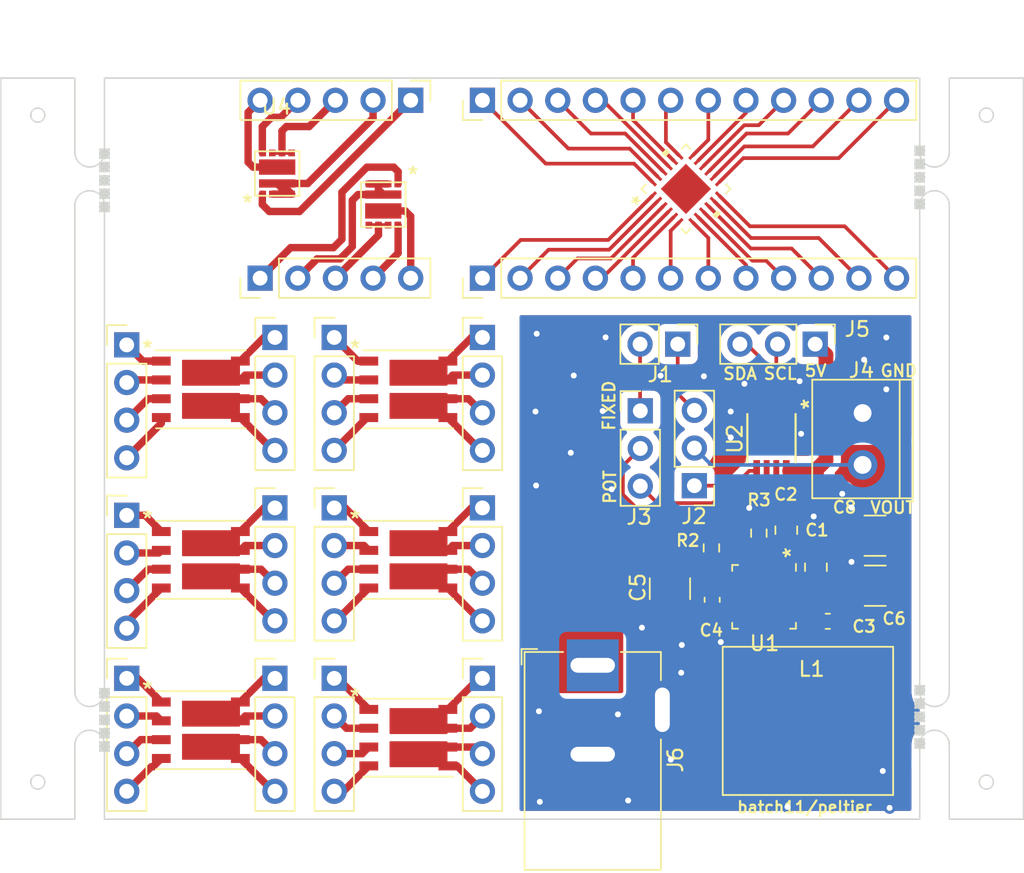
<source format=kicad_pcb>
(kicad_pcb (version 20171130) (host pcbnew "(5.1.6-0-10_14)")
  (layers (0 F.Cu signal) (31 B.Cu signal) (34 B.Paste user) (35 F.Paste user) (36 B.SilkS user) (37 F.SilkS user) (38 B.Mask user) (39 F.Mask user) (44 Edge.Cuts user))
  (net 0 "")
  (net 1 5V)
  (net 2 GND)
  (net 3 "Net-(C2-Pad1)")
  (net 4 "Net-(C3-Pad2)")
  (net 5 "Net-(C3-Pad1)")
  (net 6 12V)
  (net 7 REG_OUT)
  (net 8 "Net-(J1-Pad2)")
  (net 9 "Net-(J1-Pad1)")
  (net 10 /POT_RES_A)
  (net 11 /FB_RES_B)
  (net 12 /POT_RES_B)
  (net 13 I2C_SDA)
  (net 14 I2C_SCL)
  (net 15 "Net-(R2-Pad2)")
  (net 16 "Net-(J7-Pad1)")
  (net 17 "Net-(J7-Pad2)")
  (net 18 "Net-(J7-Pad3)")
  (net 19 "Net-(J7-Pad4)")
  (net 20 "Net-(J8-Pad4)")
  (net 21 "Net-(J8-Pad3)")
  (net 22 "Net-(J8-Pad2)")
  (net 23 "Net-(J8-Pad1)")
  (net 24 "Net-(J9-Pad4)")
  (net 25 "Net-(J9-Pad3)")
  (net 26 "Net-(J9-Pad2)")
  (net 27 "Net-(J9-Pad1)")
  (net 28 "Net-(J10-Pad1)")
  (net 29 "Net-(J10-Pad2)")
  (net 30 "Net-(J10-Pad3)")
  (net 31 "Net-(J10-Pad4)")
  (net 32 "Net-(J11-Pad1)")
  (net 33 "Net-(J11-Pad2)")
  (net 34 "Net-(J11-Pad3)")
  (net 35 "Net-(J11-Pad4)")
  (net 36 "Net-(J12-Pad4)")
  (net 37 "Net-(J12-Pad3)")
  (net 38 "Net-(J12-Pad2)")
  (net 39 "Net-(J12-Pad1)")
  (net 40 "Net-(J13-Pad4)")
  (net 41 "Net-(J13-Pad3)")
  (net 42 "Net-(J13-Pad2)")
  (net 43 "Net-(J13-Pad1)")
  (net 44 "Net-(J14-Pad1)")
  (net 45 "Net-(J14-Pad2)")
  (net 46 "Net-(J14-Pad3)")
  (net 47 "Net-(J14-Pad4)")
  (net 48 /A9)
  (net 49 /A8)
  (net 50 /A5)
  (net 51 /A2)
  (net 52 /A1)
  (net 53 /B1)
  (net 54 /B2)
  (net 55 /B3)
  (net 56 /B4)
  (net 57 /B5)
  (net 58 /B6)
  (net 59 /B7)
  (net 60 /B8)
  (net 61 /B9)
  (net 62 /B10)
  (net 63 /B11)
  (net 64 /B12)
  (net 65 /B13)
  (net 66 /B14)
  (net 67 /B15)
  (net 68 /B16)
  (net 69 /B17)
  (net 70 /B18)
  (net 71 /B19)
  (net 72 /B20)
  (net 73 /B21)
  (net 74 /B22)
  (net 75 /B23)
  (net 76 /B24)
  (net 77 "Net-(J18-Pad1)")
  (net 78 "Net-(J18-Pad2)")
  (net 79 "Net-(J18-Pad3)")
  (net 80 "Net-(J18-Pad4)")
  (net 81 "Net-(J19-Pad4)")
  (net 82 "Net-(J19-Pad3)")
  (net 83 "Net-(J19-Pad2)")
  (net 84 "Net-(J19-Pad1)")
  (net 85 "Net-(J20-Pad1)")
  (net 86 "Net-(J20-Pad2)")
  (net 87 "Net-(J20-Pad3)")
  (net 88 "Net-(J20-Pad4)")
  (net 89 "Net-(J21-Pad4)")
  (net 90 "Net-(J21-Pad3)")
  (net 91 "Net-(J21-Pad2)")
  (net 92 "Net-(J21-Pad1)")
  (net 93 /C9)
  (net 94 /C8)
  (net 95 /C5)
  (net 96 /C2)
  (net 97 /C1)
  (module Ninja-qPCR:AOZ2264QI-19 (layer F.Cu) (at 173.5 54 270)
    (fp_text reference U1 (at 3.14 -0.03 180) (layer F.SilkS))
    (fp_text value AOZ2264QI-19)
    (fp_poly (pts (xy 1.34 1.72) (xy 0.39 1.72) (xy 0.39 -1.38) (xy 1.34 -1.38)) (layer F.Cu) (width 0))
    (fp_poly (pts (xy 0 1.72) (xy -1.34 1.72) (xy -1.34 -1.38) (xy 0 -1.38)) (layer F.Cu) (width 0))
    (fp_text user * (at -2.975 -1.85 90) (layer F.SilkS))
    (pad 1 smd rect (at -1.82 -1.25) (size 0.25 0.45) (layers F.Cu F.Paste F.Mask))
    (pad 2 smd rect (at -1.82 -0.75) (size 0.25 0.45) (layers F.Cu F.Paste F.Mask) (net 1 5V))
    (pad 3 smd rect (at -1.82 -0.25) (size 0.25 0.45) (layers F.Cu F.Paste F.Mask) (net 2 GND))
    (pad 4 smd rect (at -1.82 0.25) (size 0.25 0.45) (layers F.Cu F.Paste F.Mask) (net 2 GND))
    (pad 5 smd rect (at -1.82 0.75) (size 0.25 0.45) (layers F.Cu F.Paste F.Mask) (net 11 /FB_RES_B))
    (pad 6 smd rect (at -1.82 1.25) (size 0.25 0.45) (layers F.Cu F.Paste F.Mask) (net 15 "Net-(R2-Pad2)"))
    (pad 7 smd rect (at -1.25 1.82 270) (size 0.25 0.45) (layers F.Cu F.Paste F.Mask) (net 6 12V))
    (pad 8 smd rect (at -0.75 1.82 270) (size 0.25 0.45) (layers F.Cu F.Paste F.Mask) (net 6 12V))
    (pad 9 smd rect (at -0.25 1.82 270) (size 0.25 0.45) (layers F.Cu F.Paste F.Mask) (net 6 12V))
    (pad 10 smd rect (at 0.75 1.82 270) (size 0.25 0.45) (layers F.Cu F.Paste F.Mask) (net 4 "Net-(C3-Pad2)"))
    (pad 11 smd rect (at 1.25 1.82 270) (size 0.25 0.45) (layers F.Cu F.Paste F.Mask) (net 4 "Net-(C3-Pad2)"))
    (pad 12 smd rect (at 1.82 1.25) (size 0.25 0.45) (layers F.Cu F.Paste F.Mask) (net 2 GND))
    (pad 13 smd rect (at 1.82 0.75) (size 0.25 0.45) (layers F.Cu F.Paste F.Mask) (net 2 GND))
    (pad 14 smd rect (at 1.82 0.25) (size 0.25 0.45) (layers F.Cu F.Paste F.Mask) (net 2 GND))
    (pad 15 smd rect (at 1.82 -0.25) (size 0.25 0.45) (layers F.Cu F.Paste F.Mask) (net 2 GND))
    (pad 16 smd rect (at 1.82 -0.75) (size 0.25 0.45) (layers F.Cu F.Paste F.Mask) (net 4 "Net-(C3-Pad2)"))
    (pad 17 smd rect (at 1.82 -1.25) (size 0.25 0.45) (layers F.Cu F.Paste F.Mask) (net 4 "Net-(C3-Pad2)"))
    (pad 18 smd rect (at 1.25 -1.82 270) (size 0.25 0.45) (layers F.Cu F.Paste F.Mask) (net 4 "Net-(C3-Pad2)"))
    (pad 19 smd rect (at 0.75 -1.82 270) (size 0.25 0.45) (layers F.Cu F.Paste F.Mask) (net 2 GND))
    (pad 20 smd rect (at 0.25 -1.82 270) (size 0.25 0.45) (layers F.Cu F.Paste F.Mask) (net 5 "Net-(C3-Pad1)"))
    (pad 21 smd rect (at -0.25 -1.82 270) (size 0.25 0.45) (layers F.Cu F.Paste F.Mask) (net 1 5V))
    (pad 22 smd rect (at -0.75 -1.82 270) (size 0.25 0.45) (layers F.Cu F.Paste F.Mask) (net 6 12V))
    (pad 23 smd rect (at -1.25 -1.82 270) (size 0.25 0.45) (layers F.Cu F.Paste F.Mask) (net 3 "Net-(C2-Pad1)"))
  )
  (module Capacitor_SMD:C_0805_2012Metric_Pad1.18x1.45mm_HandSolder (layer F.Cu) (at 177 52 90)
    (fp_text reference C1 (at 2.5 0.07 180) (layer F.SilkS) (effects (font (size 0.8 0.8))))
    (fp_text value 10uF)
    (pad 1 smd roundrect (at -1.0375 0 90) (size 1.175 1.45) (layers F.Cu F.Paste F.Mask) (roundrect_rratio 0.212766) (net 1 5V))
    (pad 2 smd roundrect (at 1.0375 0 90) (size 1.175 1.45) (layers F.Cu F.Paste F.Mask) (roundrect_rratio 0.212766) (net 2 GND))
  )
  (module Capacitor_SMD:C_0805_2012Metric_Pad1.18x1.45mm_HandSolder (layer F.Cu) (at 175 49.5 90)
    (fp_text reference C2 (at 2.41 -0.03 180) (layer F.SilkS) (effects (font (size 0.8 0.8))))
    (fp_text value 10uF)
    (pad 1 smd roundrect (at -1.0375 0 90) (size 1.175 1.45) (layers F.Cu F.Paste F.Mask) (roundrect_rratio 0.212766) (net 3 "Net-(C2-Pad1)"))
    (pad 2 smd roundrect (at 1.0375 0 90) (size 1.175 1.45) (layers F.Cu F.Paste F.Mask) (roundrect_rratio 0.212766) (net 2 GND))
  )
  (module Capacitor_SMD:C_0603_1608Metric_Pad1.08x0.95mm_HandSolder (layer F.Cu) (at 177.8 55.65 180)
    (fp_text reference C3 (at -2.45 -0.35) (layer F.SilkS) (effects (font (size 0.8 0.8))))
    (fp_text value 0.1uF)
    (pad 2 smd roundrect (at 0.8625 0 180) (size 1.075 0.95) (layers F.Cu F.Paste F.Mask) (net 4 "Net-(C3-Pad2)"))
    (pad 1 smd roundrect (at -0.8625 0 180) (size 1.075 0.95) (layers F.Cu F.Paste F.Mask) (net 5 "Net-(C3-Pad1)"))
  )
  (module Capacitor_SMD:C_0603_1608Metric_Pad1.08x0.95mm_HandSolder (layer F.Cu) (at 170 54.2 270)
    (fp_text reference C4 (at 2.06 0.06 180) (layer F.SilkS) (effects (font (size 0.8 0.8))))
    (fp_text value 1uF)
    (pad 1 smd roundrect (at -0.8625 0 270) (size 1.075 0.95) (layers F.Cu F.Paste F.Mask) (net 6 12V))
    (pad 2 smd roundrect (at 0.8625 0 270) (size 1.075 0.95) (layers F.Cu F.Paste F.Mask) (net 2 GND))
  )
  (module Pin_Headers:Pin_Header_Straight_1x02_Pitch2.54mm (layer F.Cu) (at 167.675 36.95 270)
    (fp_text reference J1 (at 2.05 1.175 180) (layer F.SilkS))
    (fp_text value Conn_01x02_Female)
    (pad 2 thru_hole oval (at 0 2.54 270) (size 1.7 1.7) (drill 1) (layers *.Cu *.Mask) (net 8 "Net-(J1-Pad2)"))
    (pad 1 thru_hole rect (at 0 0 270) (size 1.7 1.7) (drill 1) (layers *.Cu *.Mask) (net 9 "Net-(J1-Pad1)"))
  )
  (module Pin_Headers:Pin_Header_Straight_1x03_Pitch2.54mm (layer F.Cu) (at 168.8 46.5 180)
    (fp_text reference J2 (at 0.02 -2.07) (layer F.SilkS))
    (fp_text value Conn_01x03_Male)
    (pad 3 thru_hole oval (at 0 5.08 180) (size 1.7 1.7) (drill 1) (layers *.Cu *.Mask) (net 9 "Net-(J1-Pad1)"))
    (pad 2 thru_hole oval (at 0 2.54 180) (size 1.7 1.7) (drill 1) (layers *.Cu *.Mask) (net 7 REG_OUT))
    (pad 1 thru_hole rect (at 0 0 180) (size 1.7 1.7) (drill 1) (layers *.Cu *.Mask) (net 10 /POT_RES_A))
  )
  (module Pin_Headers:Pin_Header_Straight_1x03_Pitch2.54mm (layer F.Cu) (at 165.15 41.45)
    (fp_text reference J3 (at -0.08 7.17) (layer F.SilkS))
    (fp_text value Conn_01x03_Male)
    (pad 1 thru_hole rect (at 0 0) (size 1.7 1.7) (drill 1) (layers *.Cu *.Mask) (net 8 "Net-(J1-Pad2)"))
    (pad 2 thru_hole oval (at 0 2.54) (size 1.7 1.7) (drill 1) (layers *.Cu *.Mask) (net 11 /FB_RES_B))
    (pad 3 thru_hole oval (at 0 5.08) (size 1.7 1.7) (drill 1) (layers *.Cu *.Mask) (net 12 /POT_RES_B))
  )
  (module Pin_Headers:Pin_Header_Straight_1x03_Pitch2.54mm (layer F.Cu) (at 176.95 36.95 270)
    (fp_text reference J5 (at -1.01 -2.84 180) (layer F.SilkS))
    (fp_text value Conn_01x03_Male)
    (pad 3 thru_hole oval (at 0 5.08 270) (size 1.7 1.7) (drill 1) (layers *.Cu *.Mask) (net 13 I2C_SDA))
    (pad 2 thru_hole oval (at 0 2.54 270) (size 1.7 1.7) (drill 1) (layers *.Cu *.Mask) (net 14 I2C_SCL))
    (pad 1 thru_hole rect (at 0 0 270) (size 1.7 1.7) (drill 1) (layers *.Cu *.Mask) (net 1 5V))
  )
  (module Resistor_SMD:R_0603_1608Metric_Pad0.98x0.95mm_HandSolder (layer F.Cu) (at 169.95 50.7 90)
    (fp_text reference R2 (at 0.5 -1.59 180) (layer F.SilkS) (effects (font (size 0.8 0.8))))
    (fp_text value 150k)
    (pad 1 smd roundrect (at -0.9125 0 90) (size 0.975 0.95) (layers F.Cu F.Paste F.Mask) (net 6 12V))
    (pad 2 smd roundrect (at 0.9125 0 90) (size 0.975 0.95) (layers F.Cu F.Paste F.Mask) (net 15 "Net-(R2-Pad2)"))
  )
  (module Resistor_SMD:R_0603_1608Metric_Pad0.98x0.95mm_HandSolder (layer F.Cu) (at 173.15 49.7 90)
    (fp_text reference R3 (at 2.23 0.01 180) (layer F.SilkS) (effects (font (size 0.8 0.8))))
    (fp_text value 5k)
    (pad 2 smd roundrect (at 0.9125 0 90) (size 0.975 0.95) (layers F.Cu F.Paste F.Mask) (net 2 GND))
    (pad 1 smd roundrect (at -0.9125 0 90) (size 0.975 0.95) (layers F.Cu F.Paste F.Mask) (net 11 /FB_RES_B))
  )
  (module Ninja-qPCR:MCP4551T-502E&slash_MS (layer F.Cu) (at 174 43.3 270)
    (fp_text reference U2 (at 0.04 2.47 90) (layer F.SilkS))
    (fp_text value MCP4551T-104 hide)
    (fp_text user * (at -2.2976 -2.5752 90) (layer F.SilkS))
    (fp_text user * (at -2.2976 -2.5752 90) (layer F.SilkS))
    (pad 8 smd rect (at 2.2 -1 270) (size 1.45 0.45) (layers F.Cu F.Paste F.Mask) (net 1 5V))
    (pad 7 smd rect (at 2.2 -0.325 270) (size 1.45 0.4) (layers F.Cu F.Paste F.Mask))
    (pad 6 smd rect (at 2.2 0.325 270) (size 1.45 0.4) (layers F.Cu F.Paste F.Mask) (net 12 /POT_RES_B))
    (pad 5 smd rect (at 2.2 1 270) (size 1.45 0.45) (layers F.Cu F.Paste F.Mask) (net 10 /POT_RES_A))
    (pad 4 smd rect (at -2.2 1 270) (size 1.45 0.45) (layers F.Cu F.Paste F.Mask) (net 2 GND))
    (pad 3 smd rect (at -2.2 0.325 270) (size 1.45 0.4) (layers F.Cu F.Paste F.Mask) (net 13 I2C_SDA))
    (pad 2 smd rect (at -2.2 -0.325 270) (size 1.45 0.4) (layers F.Cu F.Paste F.Mask) (net 14 I2C_SCL))
    (pad 1 smd rect (at -2.2 -1 270) (size 1.45 0.45) (layers F.Cu F.Paste F.Mask) (net 2 GND))
  )
  (module Connector_BarrelJack:BarrelJack_Horizontal (layer F.Cu) (at 161.94 58.62 90)
    (fp_text reference J6 (at -6.37 5.58 90) (layer F.SilkS))
    (fp_text value Barrel_Jack_Switch)
    (pad 1 thru_hole rect (at 0 0 90) (size 3.5 3.5) (drill oval 1 3) (layers *.Cu *.Mask) (net 6 12V))
    (pad 2 thru_hole roundrect (at -6 0 90) (size 3 3.5) (drill oval 1 3) (layers *.Cu *.Mask) (net 2 GND))
    (pad 3 thru_hole roundrect (at -3 4.7 90) (size 3.5 3.5) (drill oval 3 1) (layers *.Cu *.Mask) (net 2 GND))
  )
  (module Capacitor_SMD:C_1210_3225Metric_Pad1.33x2.70mm_HandSolder (layer F.Cu) (at 167.15 53.45 270)
    (fp_text reference C5 (at -0.08 2.17 90) (layer F.SilkS))
    (fp_text value 22uF)
    (pad 1 smd roundrect (at -1.5625 0 270) (size 1.325 2.7) (layers F.Cu F.Paste F.Mask) (roundrect_rratio 0.188679) (net 6 12V))
    (pad 2 smd roundrect (at 1.5625 0 270) (size 1.325 2.7) (layers F.Cu F.Paste F.Mask) (roundrect_rratio 0.188679) (net 2 GND))
  )
  (module Capacitor_SMD:C_1210_3225Metric_Pad1.33x2.70mm_HandSolder (layer F.Cu) (at 181 53.25 180)
    (fp_text reference C6 (at -1.28 -2.22) (layer F.SilkS) (effects (font (size 0.8 0.8))))
    (fp_text value 47uF)
    (pad 1 smd roundrect (at -1.5625 0 180) (size 1.325 2.7) (layers F.Cu F.Paste F.Mask) (roundrect_rratio 0.188679) (net 7 REG_OUT))
    (pad 2 smd roundrect (at 1.5625 0 180) (size 1.325 2.7) (layers F.Cu F.Paste F.Mask) (roundrect_rratio 0.188679) (net 2 GND))
  )
  (module Capacitor_SMD:C_1210_3225Metric_Pad1.33x2.70mm_HandSolder (layer F.Cu) (at 180.984999 49.874999 180)
    (fp_text reference C8 (at 2.054999 1.914999) (layer F.SilkS) (effects (font (size 0.8 0.8))))
    (fp_text value 47uF)
    (pad 2 smd roundrect (at 1.5625 0 180) (size 1.325 2.7) (layers F.Cu F.Paste F.Mask) (roundrect_rratio 0.188679) (net 2 GND))
    (pad 1 smd roundrect (at -1.5625 0 180) (size 1.325 2.7) (layers F.Cu F.Paste F.Mask) (roundrect_rratio 0.188679) (net 7 REG_OUT))
  )
  (module Ninja-qPCR:TB_SeeedOPL_320110028 (layer F.Cu) (at 180.15 45.1 90)
    (fp_text reference J4 (at 6.39 -0.08 180) (layer F.SilkS))
    (fp_text value Screw_Terminal_01x02)
    (pad 1 thru_hole circle (at 0 0 90) (size 2 2) (drill 1.2) (layers *.Cu *.Mask) (net 7 REG_OUT))
    (pad 2 thru_hole circle (at 3.5 0 90) (size 2 2) (drill 1.2) (layers *.Cu *.Mask) (net 2 GND))
  )
  (module Ninja-qPCR:104CDMCCDS-2R2MC (layer F.Cu) (at 176.46 62.37)
    (fp_text reference L1 (at 0.25 -3.5) (layer F.SilkS))
    (fp_text value 3.3uH hide)
    (pad 1 smd rect (at -4.75 0) (size 4.1 4.1) (layers F.Cu F.Paste F.Mask) (net 4 "Net-(C3-Pad2)"))
    (pad 2 smd rect (at 4.75 0) (size 4.1 4.1) (layers F.Cu F.Paste F.Mask) (net 7 REG_OUT))
  )
  (module Ninja-qPCR:8-PowerTDFN (layer F.Cu) (at 149.5 63.5)
    (fp_text reference U3 hide)
    (fp_text value 8-PowerTDFN-NN hide)
    (fp_poly (pts (xy 2.5908 0.9398) (xy 2.032 0.9398) (xy 2.032 0.3302) (xy 2.5908 0.3302) (xy 2.5908 0.2921) (xy -1.2192 0.2921) (xy -1.2192 1.9431) (xy 2.032 1.9431) (xy 2.032 1.6002) (xy 2.5908 1.6002)) (layer F.Cu) (width 0.1))
    (fp_poly (pts (xy 2.5908 -0.9398) (xy 2.032 -0.9398) (xy 2.032 -0.3302) (xy 2.5908 -0.3302) (xy 2.5908 -0.2921) (xy -1.2192 -0.2921) (xy -1.2192 -1.9431) (xy 2.032 -1.9431) (xy 2.032 -1.6002) (xy 2.5908 -1.6002)) (layer F.Cu) (width 0.1))
    (fp_text user * (at -3.6 -2.75) (layer F.SilkS))
    (pad 8 smd rect (at 2.667 -1.905) (size 1.27 0.6096) (layers F.Cu F.Paste F.Mask) (net 27 "Net-(J9-Pad1)"))
    (pad 7 smd rect (at 2.667 -0.635) (size 1.27 0.6096) (layers F.Cu F.Paste F.Mask) (net 26 "Net-(J9-Pad2)"))
    (pad 6 smd rect (at 2.667 0.635) (size 1.27 0.6096) (layers F.Cu F.Paste F.Mask) (net 25 "Net-(J9-Pad3)"))
    (pad 5 smd rect (at 2.667 1.905) (size 1.27 0.6096) (layers F.Cu F.Paste F.Mask) (net 24 "Net-(J9-Pad4)"))
    (pad 4 smd rect (at -2.667 1.905) (size 1.27 0.6096) (layers F.Cu F.Paste F.Mask) (net 19 "Net-(J7-Pad4)"))
    (pad 3 smd rect (at -2.667 0.635) (size 1.27 0.6096) (layers F.Cu F.Paste F.Mask) (net 18 "Net-(J7-Pad3)"))
    (pad 2 smd rect (at -2.667 -0.635) (size 1.27 0.6096) (layers F.Cu F.Paste F.Mask) (net 17 "Net-(J7-Pad2)"))
    (pad 1 smd rect (at -2.667 -1.905) (size 1.27 0.6096) (layers F.Cu F.Paste F.Mask) (net 16 "Net-(J7-Pad1)"))
  )
  (module Ninja-qPCR:SiZ346DT (layer F.Cu) (at 140.65 25.44)
    (fp_text reference U4 (at -0.05 -4.5) (layer F.SilkS))
    (fp_text value SiZ346DT)
    (fp_text user * (at -2 2) (layer F.SilkS))
    (pad 1 smd rect (at -0.975 1.386) (size 0.45 0.45) (layers F.Cu F.Paste F.Mask) (net 52 /A1))
    (pad 2 smd rect (at -0.325 1.386) (size 0.45 0.45) (layers F.Cu F.Paste F.Mask) (net 51 /A2))
    (pad 3 smd rect (at 0.325 1.386) (size 0.45 0.45) (layers F.Cu F.Paste F.Mask) (net 51 /A2))
    (pad 4 smd rect (at 0.975 1.386) (size 0.45 0.45) (layers F.Cu F.Paste F.Mask) (net 51 /A2))
    (pad 5 smd rect (at 0.975 -1.386) (size 0.45 0.45) (layers F.Cu F.Paste F.Mask) (net 50 /A5))
    (pad 6 smd rect (at 0.325 -1.386) (size 0.45 0.45) (layers F.Cu F.Paste F.Mask) (net 50 /A5))
    (pad 7 smd rect (at -0.325 -1.386) (size 0.45 0.45) (layers F.Cu F.Paste F.Mask) (net 50 /A5))
    (pad 8 smd rect (at -0.975 -1.386) (size 0.45 0.45) (layers F.Cu F.Paste F.Mask) (net 49 /A8))
    (pad 9 smd rect (at 0 -0.434) (size 2.45 1.036) (layers F.Cu F.Mask) (net 48 /A9))
    (pad 10 smd rect (at 0 0.671) (size 2.45 0.562) (layers F.Cu F.Mask) (net 51 /A2))
  )
  (module Ninja-qPCR:8-PowerTDFN (layer F.Cu) (at 135.5 63)
    (fp_text reference U6 hide)
    (fp_text value 8-PowerTDFN-NN hide)
    (fp_text user * (at -3.6 -2.75) (layer F.SilkS))
    (fp_poly (pts (xy 2.5908 -0.9398) (xy 2.032 -0.9398) (xy 2.032 -0.3302) (xy 2.5908 -0.3302) (xy 2.5908 -0.2921) (xy -1.2192 -0.2921) (xy -1.2192 -1.9431) (xy 2.032 -1.9431) (xy 2.032 -1.6002) (xy 2.5908 -1.6002)) (layer F.Cu) (width 0.1))
    (fp_poly (pts (xy 2.5908 0.9398) (xy 2.032 0.9398) (xy 2.032 0.3302) (xy 2.5908 0.3302) (xy 2.5908 0.2921) (xy -1.2192 0.2921) (xy -1.2192 1.9431) (xy 2.032 1.9431) (xy 2.032 1.6002) (xy 2.5908 1.6002)) (layer F.Cu) (width 0.1))
    (pad 1 smd rect (at -2.667 -1.905) (size 1.27 0.6096) (layers F.Cu F.Paste F.Mask) (net 23 "Net-(J8-Pad1)"))
    (pad 2 smd rect (at -2.667 -0.635) (size 1.27 0.6096) (layers F.Cu F.Paste F.Mask) (net 22 "Net-(J8-Pad2)"))
    (pad 3 smd rect (at -2.667 0.635) (size 1.27 0.6096) (layers F.Cu F.Paste F.Mask) (net 21 "Net-(J8-Pad3)"))
    (pad 4 smd rect (at -2.667 1.905) (size 1.27 0.6096) (layers F.Cu F.Paste F.Mask) (net 20 "Net-(J8-Pad4)"))
    (pad 5 smd rect (at 2.667 1.905) (size 1.27 0.6096) (layers F.Cu F.Paste F.Mask) (net 31 "Net-(J10-Pad4)"))
    (pad 6 smd rect (at 2.667 0.635) (size 1.27 0.6096) (layers F.Cu F.Paste F.Mask) (net 30 "Net-(J10-Pad3)"))
    (pad 7 smd rect (at 2.667 -0.635) (size 1.27 0.6096) (layers F.Cu F.Paste F.Mask) (net 29 "Net-(J10-Pad2)"))
    (pad 8 smd rect (at 2.667 -1.905) (size 1.27 0.6096) (layers F.Cu F.Paste F.Mask) (net 28 "Net-(J10-Pad1)"))
  )
  (module Ninja-qPCR:8-PowerTDFN (layer F.Cu) (at 149.5 51.5)
    (fp_text reference U7 hide)
    (fp_text value 8-PowerTDFN-NN hide)
    (fp_poly (pts (xy 2.5908 0.9398) (xy 2.032 0.9398) (xy 2.032 0.3302) (xy 2.5908 0.3302) (xy 2.5908 0.2921) (xy -1.2192 0.2921) (xy -1.2192 1.9431) (xy 2.032 1.9431) (xy 2.032 1.6002) (xy 2.5908 1.6002)) (layer F.Cu) (width 0.1))
    (fp_poly (pts (xy 2.5908 -0.9398) (xy 2.032 -0.9398) (xy 2.032 -0.3302) (xy 2.5908 -0.3302) (xy 2.5908 -0.2921) (xy -1.2192 -0.2921) (xy -1.2192 -1.9431) (xy 2.032 -1.9431) (xy 2.032 -1.6002) (xy 2.5908 -1.6002)) (layer F.Cu) (width 0.1))
    (fp_text user * (at -3.6 -2.75) (layer F.SilkS))
    (pad 8 smd rect (at 2.667 -1.905) (size 1.27 0.6096) (layers F.Cu F.Paste F.Mask) (net 43 "Net-(J13-Pad1)"))
    (pad 7 smd rect (at 2.667 -0.635) (size 1.27 0.6096) (layers F.Cu F.Paste F.Mask) (net 42 "Net-(J13-Pad2)"))
    (pad 6 smd rect (at 2.667 0.635) (size 1.27 0.6096) (layers F.Cu F.Paste F.Mask) (net 41 "Net-(J13-Pad3)"))
    (pad 5 smd rect (at 2.667 1.905) (size 1.27 0.6096) (layers F.Cu F.Paste F.Mask) (net 40 "Net-(J13-Pad4)"))
    (pad 4 smd rect (at -2.667 1.905) (size 1.27 0.6096) (layers F.Cu F.Paste F.Mask) (net 35 "Net-(J11-Pad4)"))
    (pad 3 smd rect (at -2.667 0.635) (size 1.27 0.6096) (layers F.Cu F.Paste F.Mask) (net 34 "Net-(J11-Pad3)"))
    (pad 2 smd rect (at -2.667 -0.635) (size 1.27 0.6096) (layers F.Cu F.Paste F.Mask) (net 33 "Net-(J11-Pad2)"))
    (pad 1 smd rect (at -2.667 -1.905) (size 1.27 0.6096) (layers F.Cu F.Paste F.Mask) (net 32 "Net-(J11-Pad1)"))
  )
  (module Ninja-qPCR:8-PowerTDFN (layer F.Cu) (at 149.5 40)
    (fp_text reference U8 hide)
    (fp_text value 8-PowerTDFN-NN hide)
    (fp_text user * (at -3.6 -2.75) (layer F.SilkS))
    (fp_poly (pts (xy 2.5908 -0.9398) (xy 2.032 -0.9398) (xy 2.032 -0.3302) (xy 2.5908 -0.3302) (xy 2.5908 -0.2921) (xy -1.2192 -0.2921) (xy -1.2192 -1.9431) (xy 2.032 -1.9431) (xy 2.032 -1.6002) (xy 2.5908 -1.6002)) (layer F.Cu) (width 0.1))
    (fp_poly (pts (xy 2.5908 0.9398) (xy 2.032 0.9398) (xy 2.032 0.3302) (xy 2.5908 0.3302) (xy 2.5908 0.2921) (xy -1.2192 0.2921) (xy -1.2192 1.9431) (xy 2.032 1.9431) (xy 2.032 1.6002) (xy 2.5908 1.6002)) (layer F.Cu) (width 0.1))
    (pad 1 smd rect (at -2.667 -1.905) (size 1.27 0.6096) (layers F.Cu F.Paste F.Mask) (net 39 "Net-(J12-Pad1)"))
    (pad 2 smd rect (at -2.667 -0.635) (size 1.27 0.6096) (layers F.Cu F.Paste F.Mask) (net 38 "Net-(J12-Pad2)"))
    (pad 3 smd rect (at -2.667 0.635) (size 1.27 0.6096) (layers F.Cu F.Paste F.Mask) (net 37 "Net-(J12-Pad3)"))
    (pad 4 smd rect (at -2.667 1.905) (size 1.27 0.6096) (layers F.Cu F.Paste F.Mask) (net 36 "Net-(J12-Pad4)"))
    (pad 5 smd rect (at 2.667 1.905) (size 1.27 0.6096) (layers F.Cu F.Paste F.Mask) (net 47 "Net-(J14-Pad4)"))
    (pad 6 smd rect (at 2.667 0.635) (size 1.27 0.6096) (layers F.Cu F.Paste F.Mask) (net 46 "Net-(J14-Pad3)"))
    (pad 7 smd rect (at 2.667 -0.635) (size 1.27 0.6096) (layers F.Cu F.Paste F.Mask) (net 45 "Net-(J14-Pad2)"))
    (pad 8 smd rect (at 2.667 -1.905) (size 1.27 0.6096) (layers F.Cu F.Paste F.Mask) (net 44 "Net-(J14-Pad1)"))
  )
  (module Ninja-qPCR:BD61250MUV-E2 (layer F.Cu) (at 168.227995 26.475954 45)
    (fp_text reference U5 hide)
    (fp_text value BD61250MUV-E2‎ hide)
    (fp_poly (pts (xy 1.2 1.2) (xy -1.2 1.2) (xy -1.2 -1.2) (xy 1.2 -1.2)) (layer F.Cu) (width 0))
    (fp_text user * (at -2.9337 -1.524 45) (layer F.SilkS))
    (fp_text user * (at -2.9337 -1.524 45) (layer F.SilkS))
    (pad 24 smd rect (at -1.27 -1.9431 45) (size 0.2032 0.7112) (layers F.Cu F.Paste F.Mask) (net 76 /B24))
    (pad 23 smd rect (at -0.762 -1.9431 45) (size 0.2032 0.7112) (layers F.Cu F.Paste F.Mask) (net 75 /B23))
    (pad 22 smd rect (at -0.254 -1.9431 45) (size 0.2032 0.7112) (layers F.Cu F.Paste F.Mask) (net 74 /B22))
    (pad 21 smd rect (at 0.254 -1.9431 45) (size 0.2032 0.7112) (layers F.Cu F.Paste F.Mask) (net 73 /B21))
    (pad 20 smd rect (at 0.762 -1.9431 45) (size 0.2032 0.7112) (layers F.Cu F.Paste F.Mask) (net 72 /B20))
    (pad 19 smd rect (at 1.27 -1.9431 45) (size 0.2032 0.7112) (layers F.Cu F.Paste F.Mask) (net 71 /B19))
    (pad 18 smd rect (at 1.9431 -1.27 135) (size 0.2032 0.7112) (layers F.Cu F.Paste F.Mask) (net 70 /B18))
    (pad 17 smd rect (at 1.9431 -0.762 135) (size 0.2032 0.7112) (layers F.Cu F.Paste F.Mask) (net 69 /B17))
    (pad 16 smd rect (at 1.9431 -0.254 135) (size 0.2032 0.7112) (layers F.Cu F.Paste F.Mask) (net 68 /B16))
    (pad 15 smd rect (at 1.9431 0.254 135) (size 0.2032 0.7112) (layers F.Cu F.Paste F.Mask) (net 67 /B15))
    (pad 14 smd rect (at 1.9431 0.762 135) (size 0.2032 0.7112) (layers F.Cu F.Paste F.Mask) (net 66 /B14))
    (pad 13 smd rect (at 1.9431 1.27 135) (size 0.2032 0.7112) (layers F.Cu F.Paste F.Mask) (net 65 /B13))
    (pad 12 smd rect (at 1.27 1.9431 45) (size 0.2032 0.7112) (layers F.Cu F.Paste F.Mask) (net 64 /B12))
    (pad 11 smd rect (at 0.762 1.9431 45) (size 0.2032 0.7112) (layers F.Cu F.Paste F.Mask) (net 63 /B11))
    (pad 10 smd rect (at 0.254 1.9431 45) (size 0.2032 0.7112) (layers F.Cu F.Paste F.Mask) (net 62 /B10))
    (pad 9 smd rect (at -0.254 1.9431 45) (size 0.2032 0.7112) (layers F.Cu F.Paste F.Mask) (net 61 /B9))
    (pad 8 smd rect (at -0.762 1.9431 45) (size 0.2032 0.7112) (layers F.Cu F.Paste F.Mask) (net 60 /B8))
    (pad 7 smd rect (at -1.27 1.9431 45) (size 0.2032 0.7112) (layers F.Cu F.Paste F.Mask) (net 59 /B7))
    (pad 6 smd rect (at -1.9431 1.27 135) (size 0.2032 0.7112) (layers F.Cu F.Paste F.Mask) (net 58 /B6))
    (pad 5 smd rect (at -1.9431 0.762 135) (size 0.2032 0.7112) (layers F.Cu F.Paste F.Mask) (net 57 /B5))
    (pad 4 smd rect (at -1.9431 0.254 135) (size 0.2032 0.7112) (layers F.Cu F.Paste F.Mask) (net 56 /B4))
    (pad 3 smd rect (at -1.9431 -0.254 135) (size 0.2032 0.7112) (layers F.Cu F.Paste F.Mask) (net 55 /B3))
    (pad 2 smd rect (at -1.9431 -0.762 135) (size 0.2032 0.7112) (layers F.Cu F.Paste F.Mask) (net 54 /B2))
    (pad 1 smd rect (at -1.9431 -1.27 135) (size 0.2032 0.7112) (layers F.Cu F.Paste F.Mask) (net 53 /B1))
    (pad 25 smd rect (at 0 0 45) (size 0.5 0.5) (layers F.Cu F.Paste F.Mask))
  )
  (module Pin_Headers:Pin_Header_Straight_1x04_Pitch2.54mm (layer F.Cu) (at 144.5 59.5)
    (fp_text reference J7 hide)
    (fp_text value Conn_01x04_Male)
    (pad 1 thru_hole rect (at 0 0) (size 1.7 1.7) (drill 1) (layers *.Cu *.Mask) (net 16 "Net-(J7-Pad1)"))
    (pad 2 thru_hole oval (at 0 2.54) (size 1.7 1.7) (drill 1) (layers *.Cu *.Mask) (net 17 "Net-(J7-Pad2)"))
    (pad 3 thru_hole oval (at 0 5.08) (size 1.7 1.7) (drill 1) (layers *.Cu *.Mask) (net 18 "Net-(J7-Pad3)"))
    (pad 4 thru_hole oval (at 0 7.62) (size 1.7 1.7) (drill 1) (layers *.Cu *.Mask) (net 19 "Net-(J7-Pad4)"))
  )
  (module Pin_Headers:Pin_Header_Straight_1x04_Pitch2.54mm (layer F.Cu) (at 130.5 59.5)
    (fp_text reference J8 hide)
    (fp_text value Conn_01x04_Male)
    (pad 4 thru_hole oval (at 0 7.62) (size 1.7 1.7) (drill 1) (layers *.Cu *.Mask) (net 20 "Net-(J8-Pad4)"))
    (pad 3 thru_hole oval (at 0 5.08) (size 1.7 1.7) (drill 1) (layers *.Cu *.Mask) (net 21 "Net-(J8-Pad3)"))
    (pad 2 thru_hole oval (at 0 2.54) (size 1.7 1.7) (drill 1) (layers *.Cu *.Mask) (net 22 "Net-(J8-Pad2)"))
    (pad 1 thru_hole rect (at 0 0) (size 1.7 1.7) (drill 1) (layers *.Cu *.Mask) (net 23 "Net-(J8-Pad1)"))
  )
  (module Pin_Headers:Pin_Header_Straight_1x04_Pitch2.54mm (layer F.Cu) (at 154.5 59.5)
    (fp_text reference J9 hide)
    (fp_text value Conn_01x04_Male)
    (pad 4 thru_hole oval (at 0 7.62) (size 1.7 1.7) (drill 1) (layers *.Cu *.Mask) (net 24 "Net-(J9-Pad4)"))
    (pad 3 thru_hole oval (at 0 5.08) (size 1.7 1.7) (drill 1) (layers *.Cu *.Mask) (net 25 "Net-(J9-Pad3)"))
    (pad 2 thru_hole oval (at 0 2.54) (size 1.7 1.7) (drill 1) (layers *.Cu *.Mask) (net 26 "Net-(J9-Pad2)"))
    (pad 1 thru_hole rect (at 0 0) (size 1.7 1.7) (drill 1) (layers *.Cu *.Mask) (net 27 "Net-(J9-Pad1)"))
  )
  (module Pin_Headers:Pin_Header_Straight_1x04_Pitch2.54mm (layer F.Cu) (at 140.5 59.5)
    (fp_text reference J10 hide)
    (fp_text value Conn_01x04_Male)
    (pad 1 thru_hole rect (at 0 0) (size 1.7 1.7) (drill 1) (layers *.Cu *.Mask) (net 28 "Net-(J10-Pad1)"))
    (pad 2 thru_hole oval (at 0 2.54) (size 1.7 1.7) (drill 1) (layers *.Cu *.Mask) (net 29 "Net-(J10-Pad2)"))
    (pad 3 thru_hole oval (at 0 5.08) (size 1.7 1.7) (drill 1) (layers *.Cu *.Mask) (net 30 "Net-(J10-Pad3)"))
    (pad 4 thru_hole oval (at 0 7.62) (size 1.7 1.7) (drill 1) (layers *.Cu *.Mask) (net 31 "Net-(J10-Pad4)"))
  )
  (module Pin_Headers:Pin_Header_Straight_1x04_Pitch2.54mm (layer F.Cu) (at 144.5 48)
    (fp_text reference J11 hide)
    (fp_text value Conn_01x04_Male)
    (pad 1 thru_hole rect (at 0 0) (size 1.7 1.7) (drill 1) (layers *.Cu *.Mask) (net 32 "Net-(J11-Pad1)"))
    (pad 2 thru_hole oval (at 0 2.54) (size 1.7 1.7) (drill 1) (layers *.Cu *.Mask) (net 33 "Net-(J11-Pad2)"))
    (pad 3 thru_hole oval (at 0 5.08) (size 1.7 1.7) (drill 1) (layers *.Cu *.Mask) (net 34 "Net-(J11-Pad3)"))
    (pad 4 thru_hole oval (at 0 7.62) (size 1.7 1.7) (drill 1) (layers *.Cu *.Mask) (net 35 "Net-(J11-Pad4)"))
  )
  (module Pin_Headers:Pin_Header_Straight_1x04_Pitch2.54mm (layer F.Cu) (at 144.5 36.5)
    (fp_text reference J12 hide)
    (fp_text value Conn_01x04_Male)
    (pad 4 thru_hole oval (at 0 7.62) (size 1.7 1.7) (drill 1) (layers *.Cu *.Mask) (net 36 "Net-(J12-Pad4)"))
    (pad 3 thru_hole oval (at 0 5.08) (size 1.7 1.7) (drill 1) (layers *.Cu *.Mask) (net 37 "Net-(J12-Pad3)"))
    (pad 2 thru_hole oval (at 0 2.54) (size 1.7 1.7) (drill 1) (layers *.Cu *.Mask) (net 38 "Net-(J12-Pad2)"))
    (pad 1 thru_hole rect (at 0 0) (size 1.7 1.7) (drill 1) (layers *.Cu *.Mask) (net 39 "Net-(J12-Pad1)"))
  )
  (module Pin_Headers:Pin_Header_Straight_1x04_Pitch2.54mm (layer F.Cu) (at 154.5 48)
    (fp_text reference J13 hide)
    (fp_text value Conn_01x04_Male)
    (pad 4 thru_hole oval (at 0 7.62) (size 1.7 1.7) (drill 1) (layers *.Cu *.Mask) (net 40 "Net-(J13-Pad4)"))
    (pad 3 thru_hole oval (at 0 5.08) (size 1.7 1.7) (drill 1) (layers *.Cu *.Mask) (net 41 "Net-(J13-Pad3)"))
    (pad 2 thru_hole oval (at 0 2.54) (size 1.7 1.7) (drill 1) (layers *.Cu *.Mask) (net 42 "Net-(J13-Pad2)"))
    (pad 1 thru_hole rect (at 0 0) (size 1.7 1.7) (drill 1) (layers *.Cu *.Mask) (net 43 "Net-(J13-Pad1)"))
  )
  (module Pin_Headers:Pin_Header_Straight_1x04_Pitch2.54mm (layer F.Cu) (at 154.5 36.5)
    (fp_text reference J14 hide)
    (fp_text value Conn_01x04_Male)
    (pad 1 thru_hole rect (at 0 0) (size 1.7 1.7) (drill 1) (layers *.Cu *.Mask) (net 44 "Net-(J14-Pad1)"))
    (pad 2 thru_hole oval (at 0 2.54) (size 1.7 1.7) (drill 1) (layers *.Cu *.Mask) (net 45 "Net-(J14-Pad2)"))
    (pad 3 thru_hole oval (at 0 5.08) (size 1.7 1.7) (drill 1) (layers *.Cu *.Mask) (net 46 "Net-(J14-Pad3)"))
    (pad 4 thru_hole oval (at 0 7.62) (size 1.7 1.7) (drill 1) (layers *.Cu *.Mask) (net 47 "Net-(J14-Pad4)"))
  )
  (module Pin_Headers:Pin_Header_Straight_1x05_Pitch2.54mm (layer F.Cu) (at 149.66 20.5 270)
    (fp_text reference J15 hide)
    (fp_text value Conn_01x05_Male)
    (pad 5 thru_hole oval (at 0 10.16 270) (size 1.7 1.7) (drill 1) (layers *.Cu *.Mask) (net 48 /A9))
    (pad 4 thru_hole oval (at 0 7.62 270) (size 1.7 1.7) (drill 1) (layers *.Cu *.Mask) (net 49 /A8))
    (pad 3 thru_hole oval (at 0 5.08 270) (size 1.7 1.7) (drill 1) (layers *.Cu *.Mask) (net 50 /A5))
    (pad 2 thru_hole oval (at 0 2.54 270) (size 1.7 1.7) (drill 1) (layers *.Cu *.Mask) (net 51 /A2))
    (pad 1 thru_hole rect (at 0 0 270) (size 1.7 1.7) (drill 1) (layers *.Cu *.Mask) (net 52 /A1))
  )
  (module Pin_Headers:Pin_Header_Straight_1x12_Pitch2.54mm (layer F.Cu) (at 154.5 32.5 90)
    (fp_text reference J16 hide)
    (fp_text value Conn_01x12_Male)
    (pad 1 thru_hole rect (at 0 0 90) (size 1.7 1.7) (drill 1) (layers *.Cu *.Mask) (net 53 /B1))
    (pad 2 thru_hole oval (at 0 2.54 90) (size 1.7 1.7) (drill 1) (layers *.Cu *.Mask) (net 54 /B2))
    (pad 3 thru_hole oval (at 0 5.08 90) (size 1.7 1.7) (drill 1) (layers *.Cu *.Mask) (net 55 /B3))
    (pad 4 thru_hole oval (at 0 7.62 90) (size 1.7 1.7) (drill 1) (layers *.Cu *.Mask) (net 56 /B4))
    (pad 5 thru_hole oval (at 0 10.16 90) (size 1.7 1.7) (drill 1) (layers *.Cu *.Mask) (net 57 /B5))
    (pad 6 thru_hole oval (at 0 12.7 90) (size 1.7 1.7) (drill 1) (layers *.Cu *.Mask) (net 58 /B6))
    (pad 7 thru_hole oval (at 0 15.24 90) (size 1.7 1.7) (drill 1) (layers *.Cu *.Mask) (net 59 /B7))
    (pad 8 thru_hole oval (at 0 17.78 90) (size 1.7 1.7) (drill 1) (layers *.Cu *.Mask) (net 60 /B8))
    (pad 9 thru_hole oval (at 0 20.32 90) (size 1.7 1.7) (drill 1) (layers *.Cu *.Mask) (net 61 /B9))
    (pad 10 thru_hole oval (at 0 22.86 90) (size 1.7 1.7) (drill 1) (layers *.Cu *.Mask) (net 62 /B10))
    (pad 11 thru_hole oval (at 0 25.4 90) (size 1.7 1.7) (drill 1) (layers *.Cu *.Mask) (net 63 /B11))
    (pad 12 thru_hole oval (at 0 27.94 90) (size 1.7 1.7) (drill 1) (layers *.Cu *.Mask) (net 64 /B12))
  )
  (module Pin_Headers:Pin_Header_Straight_1x12_Pitch2.54mm (layer F.Cu) (at 154.5 20.5 90)
    (fp_text reference J17 hide)
    (fp_text value Conn_01x12_Male)
    (pad 12 thru_hole oval (at 0 27.94 90) (size 1.7 1.7) (drill 1) (layers *.Cu *.Mask) (net 65 /B13))
    (pad 11 thru_hole oval (at 0 25.4 90) (size 1.7 1.7) (drill 1) (layers *.Cu *.Mask) (net 66 /B14))
    (pad 10 thru_hole oval (at 0 22.86 90) (size 1.7 1.7) (drill 1) (layers *.Cu *.Mask) (net 67 /B15))
    (pad 9 thru_hole oval (at 0 20.32 90) (size 1.7 1.7) (drill 1) (layers *.Cu *.Mask) (net 68 /B16))
    (pad 8 thru_hole oval (at 0 17.78 90) (size 1.7 1.7) (drill 1) (layers *.Cu *.Mask) (net 69 /B17))
    (pad 7 thru_hole oval (at 0 15.24 90) (size 1.7 1.7) (drill 1) (layers *.Cu *.Mask) (net 70 /B18))
    (pad 6 thru_hole oval (at 0 12.7 90) (size 1.7 1.7) (drill 1) (layers *.Cu *.Mask) (net 71 /B19))
    (pad 5 thru_hole oval (at 0 10.16 90) (size 1.7 1.7) (drill 1) (layers *.Cu *.Mask) (net 72 /B20))
    (pad 4 thru_hole oval (at 0 7.62 90) (size 1.7 1.7) (drill 1) (layers *.Cu *.Mask) (net 73 /B21))
    (pad 3 thru_hole oval (at 0 5.08 90) (size 1.7 1.7) (drill 1) (layers *.Cu *.Mask) (net 74 /B22))
    (pad 2 thru_hole oval (at 0 2.54 90) (size 1.7 1.7) (drill 1) (layers *.Cu *.Mask) (net 75 /B23))
    (pad 1 thru_hole rect (at 0 0 90) (size 1.7 1.7) (drill 1) (layers *.Cu *.Mask) (net 76 /B24))
  )
  (module Pin_Headers:Pin_Header_Straight_1x04_Pitch2.54mm (layer F.Cu) (at 130.5 37)
    (fp_text reference J18 hide)
    (fp_text value Conn_01x04_Male)
    (pad 1 thru_hole rect (at 0 0) (size 1.7 1.7) (drill 1) (layers *.Cu *.Mask) (net 77 "Net-(J18-Pad1)"))
    (pad 2 thru_hole oval (at 0 2.54) (size 1.7 1.7) (drill 1) (layers *.Cu *.Mask) (net 78 "Net-(J18-Pad2)"))
    (pad 3 thru_hole oval (at 0 5.08) (size 1.7 1.7) (drill 1) (layers *.Cu *.Mask) (net 79 "Net-(J18-Pad3)"))
    (pad 4 thru_hole oval (at 0 7.62) (size 1.7 1.7) (drill 1) (layers *.Cu *.Mask) (net 80 "Net-(J18-Pad4)"))
  )
  (module Pin_Headers:Pin_Header_Straight_1x04_Pitch2.54mm (layer F.Cu) (at 140.5 36.5)
    (fp_text reference J19 hide)
    (fp_text value Conn_01x04_Male)
    (pad 4 thru_hole oval (at 0 7.62) (size 1.7 1.7) (drill 1) (layers *.Cu *.Mask) (net 81 "Net-(J19-Pad4)"))
    (pad 3 thru_hole oval (at 0 5.08) (size 1.7 1.7) (drill 1) (layers *.Cu *.Mask) (net 82 "Net-(J19-Pad3)"))
    (pad 2 thru_hole oval (at 0 2.54) (size 1.7 1.7) (drill 1) (layers *.Cu *.Mask) (net 83 "Net-(J19-Pad2)"))
    (pad 1 thru_hole rect (at 0 0) (size 1.7 1.7) (drill 1) (layers *.Cu *.Mask) (net 84 "Net-(J19-Pad1)"))
  )
  (module Pin_Headers:Pin_Header_Straight_1x04_Pitch2.54mm (layer F.Cu) (at 130.5 48.5)
    (fp_text reference J20 hide)
    (fp_text value Conn_01x04_Male)
    (pad 1 thru_hole rect (at 0 0) (size 1.7 1.7) (drill 1) (layers *.Cu *.Mask) (net 85 "Net-(J20-Pad1)"))
    (pad 2 thru_hole oval (at 0 2.54) (size 1.7 1.7) (drill 1) (layers *.Cu *.Mask) (net 86 "Net-(J20-Pad2)"))
    (pad 3 thru_hole oval (at 0 5.08) (size 1.7 1.7) (drill 1) (layers *.Cu *.Mask) (net 87 "Net-(J20-Pad3)"))
    (pad 4 thru_hole oval (at 0 7.62) (size 1.7 1.7) (drill 1) (layers *.Cu *.Mask) (net 88 "Net-(J20-Pad4)"))
  )
  (module Pin_Headers:Pin_Header_Straight_1x04_Pitch2.54mm (layer F.Cu) (at 140.5 48)
    (fp_text reference J21 hide)
    (fp_text value Conn_01x04_Male)
    (pad 4 thru_hole oval (at 0 7.62) (size 1.7 1.7) (drill 1) (layers *.Cu *.Mask) (net 89 "Net-(J21-Pad4)"))
    (pad 3 thru_hole oval (at 0 5.08) (size 1.7 1.7) (drill 1) (layers *.Cu *.Mask) (net 90 "Net-(J21-Pad3)"))
    (pad 2 thru_hole oval (at 0 2.54) (size 1.7 1.7) (drill 1) (layers *.Cu *.Mask) (net 91 "Net-(J21-Pad2)"))
    (pad 1 thru_hole rect (at 0 0) (size 1.7 1.7) (drill 1) (layers *.Cu *.Mask) (net 92 "Net-(J21-Pad1)"))
  )
  (module Ninja-qPCR:8-PowerTDFN (layer F.Cu) (at 135.5 40)
    (fp_text reference U9 hide)
    (fp_text value 8-PowerTDFN-NN hide)
    (fp_poly (pts (xy 2.5908 0.9398) (xy 2.032 0.9398) (xy 2.032 0.3302) (xy 2.5908 0.3302) (xy 2.5908 0.2921) (xy -1.2192 0.2921) (xy -1.2192 1.9431) (xy 2.032 1.9431) (xy 2.032 1.6002) (xy 2.5908 1.6002)) (layer F.Cu) (width 0.1))
    (fp_poly (pts (xy 2.5908 -0.9398) (xy 2.032 -0.9398) (xy 2.032 -0.3302) (xy 2.5908 -0.3302) (xy 2.5908 -0.2921) (xy -1.2192 -0.2921) (xy -1.2192 -1.9431) (xy 2.032 -1.9431) (xy 2.032 -1.6002) (xy 2.5908 -1.6002)) (layer F.Cu) (width 0.1))
    (fp_text user * (at -3.6 -2.75) (layer F.SilkS))
    (pad 8 smd rect (at 2.667 -1.905) (size 1.27 0.6096) (layers F.Cu F.Paste F.Mask) (net 84 "Net-(J19-Pad1)"))
    (pad 7 smd rect (at 2.667 -0.635) (size 1.27 0.6096) (layers F.Cu F.Paste F.Mask) (net 83 "Net-(J19-Pad2)"))
    (pad 6 smd rect (at 2.667 0.635) (size 1.27 0.6096) (layers F.Cu F.Paste F.Mask) (net 82 "Net-(J19-Pad3)"))
    (pad 5 smd rect (at 2.667 1.905) (size 1.27 0.6096) (layers F.Cu F.Paste F.Mask) (net 81 "Net-(J19-Pad4)"))
    (pad 4 smd rect (at -2.667 1.905) (size 1.27 0.6096) (layers F.Cu F.Paste F.Mask) (net 80 "Net-(J18-Pad4)"))
    (pad 3 smd rect (at -2.667 0.635) (size 1.27 0.6096) (layers F.Cu F.Paste F.Mask) (net 79 "Net-(J18-Pad3)"))
    (pad 2 smd rect (at -2.667 -0.635) (size 1.27 0.6096) (layers F.Cu F.Paste F.Mask) (net 78 "Net-(J18-Pad2)"))
    (pad 1 smd rect (at -2.667 -1.905) (size 1.27 0.6096) (layers F.Cu F.Paste F.Mask) (net 77 "Net-(J18-Pad1)"))
  )
  (module Ninja-qPCR:8-PowerTDFN (layer F.Cu) (at 135.5 51.5)
    (fp_text reference U10 hide)
    (fp_text value 8-PowerTDFN-NN hide)
    (fp_text user * (at -3.6 -2.75) (layer F.SilkS))
    (fp_poly (pts (xy 2.5908 -0.9398) (xy 2.032 -0.9398) (xy 2.032 -0.3302) (xy 2.5908 -0.3302) (xy 2.5908 -0.2921) (xy -1.2192 -0.2921) (xy -1.2192 -1.9431) (xy 2.032 -1.9431) (xy 2.032 -1.6002) (xy 2.5908 -1.6002)) (layer F.Cu) (width 0.1))
    (fp_poly (pts (xy 2.5908 0.9398) (xy 2.032 0.9398) (xy 2.032 0.3302) (xy 2.5908 0.3302) (xy 2.5908 0.2921) (xy -1.2192 0.2921) (xy -1.2192 1.9431) (xy 2.032 1.9431) (xy 2.032 1.6002) (xy 2.5908 1.6002)) (layer F.Cu) (width 0.1))
    (pad 1 smd rect (at -2.667 -1.905) (size 1.27 0.6096) (layers F.Cu F.Paste F.Mask) (net 85 "Net-(J20-Pad1)"))
    (pad 2 smd rect (at -2.667 -0.635) (size 1.27 0.6096) (layers F.Cu F.Paste F.Mask) (net 86 "Net-(J20-Pad2)"))
    (pad 3 smd rect (at -2.667 0.635) (size 1.27 0.6096) (layers F.Cu F.Paste F.Mask) (net 87 "Net-(J20-Pad3)"))
    (pad 4 smd rect (at -2.667 1.905) (size 1.27 0.6096) (layers F.Cu F.Paste F.Mask) (net 88 "Net-(J20-Pad4)"))
    (pad 5 smd rect (at 2.667 1.905) (size 1.27 0.6096) (layers F.Cu F.Paste F.Mask) (net 89 "Net-(J21-Pad4)"))
    (pad 6 smd rect (at 2.667 0.635) (size 1.27 0.6096) (layers F.Cu F.Paste F.Mask) (net 90 "Net-(J21-Pad3)"))
    (pad 7 smd rect (at 2.667 -0.635) (size 1.27 0.6096) (layers F.Cu F.Paste F.Mask) (net 91 "Net-(J21-Pad2)"))
    (pad 8 smd rect (at 2.667 -1.905) (size 1.27 0.6096) (layers F.Cu F.Paste F.Mask) (net 92 "Net-(J21-Pad1)"))
  )
  (module Pin_Headers:Pin_Header_Straight_1x05_Pitch2.54mm (layer F.Cu) (at 139.5 32.5 90)
    (fp_text reference J22 hide)
    (fp_text value Conn_01x05_Male)
    (pad 5 thru_hole oval (at 0 10.16 90) (size 1.7 1.7) (drill 1) (layers *.Cu *.Mask) (net 93 /C9))
    (pad 4 thru_hole oval (at 0 7.62 90) (size 1.7 1.7) (drill 1) (layers *.Cu *.Mask) (net 94 /C8))
    (pad 3 thru_hole oval (at 0 5.08 90) (size 1.7 1.7) (drill 1) (layers *.Cu *.Mask) (net 95 /C5))
    (pad 2 thru_hole oval (at 0 2.54 90) (size 1.7 1.7) (drill 1) (layers *.Cu *.Mask) (net 96 /C2))
    (pad 1 thru_hole rect (at 0 0 90) (size 1.7 1.7) (drill 1) (layers *.Cu *.Mask) (net 97 /C1))
  )
  (module Ninja-qPCR:SiZ346DT (layer F.Cu) (at 147.81 27.53 180)
    (fp_text reference U11 hide)
    (fp_text value SiZ346DT)
    (fp_text user * (at -2 2) (layer F.SilkS))
    (pad 1 smd rect (at -0.975 1.386 180) (size 0.45 0.45) (layers F.Cu F.Paste F.Mask) (net 97 /C1))
    (pad 2 smd rect (at -0.325 1.386 180) (size 0.45 0.45) (layers F.Cu F.Paste F.Mask) (net 96 /C2))
    (pad 3 smd rect (at 0.325 1.386 180) (size 0.45 0.45) (layers F.Cu F.Paste F.Mask) (net 96 /C2))
    (pad 4 smd rect (at 0.975 1.386 180) (size 0.45 0.45) (layers F.Cu F.Paste F.Mask) (net 96 /C2))
    (pad 5 smd rect (at 0.975 -1.386 180) (size 0.45 0.45) (layers F.Cu F.Paste F.Mask) (net 95 /C5))
    (pad 6 smd rect (at 0.325 -1.386 180) (size 0.45 0.45) (layers F.Cu F.Paste F.Mask) (net 95 /C5))
    (pad 7 smd rect (at -0.325 -1.386 180) (size 0.45 0.45) (layers F.Cu F.Paste F.Mask) (net 95 /C5))
    (pad 8 smd rect (at -0.975 -1.386 180) (size 0.45 0.45) (layers F.Cu F.Paste F.Mask) (net 94 /C8))
    (pad 9 smd rect (at 0 -0.434 180) (size 2.45 1.036) (layers F.Cu F.Mask) (net 93 /C9))
    (pad 10 smd rect (at 0 0.671 180) (size 2.45 0.562) (layers F.Cu F.Mask) (net 96 /C2))
  )
  (gr_line (start 184 69) (end 184 64) (layer Edge.Cuts) (width 0.1))
  (gr_line (start 129 69) (end 129 64) (layer Edge.Cuts) (width 0.1))
  (gr_line (start 129 19) (end 129 24) (layer Edge.Cuts) (width 0.1))
  (gr_line (start 184 19) (end 184 24) (layer Edge.Cuts) (width 0.1))
  (gr_circle (center 188.5 66.5) (end 188.975 66.5) (layer Edge.Cuts) (width 0.1))
  (gr_line (start 191 19) (end 186 19) (layer Edge.Cuts) (width 0.1))
  (target x (at 184 25.7) (size 0.55) (width 0.2) (layer Edge.Cuts))
  (gr_arc (start 185 64) (end 186 64) (angle -180) (layer Edge.Cuts) (width 0.1))
  (gr_arc (start 185 60.4) (end 184 60.4) (angle -180) (layer Edge.Cuts) (width 0.1))
  (gr_line (start 186 69) (end 191 69) (layer Edge.Cuts) (width 0.1))
  (target x (at 184 24.8) (size 0.55) (width 0.2) (layer Edge.Cuts))
  (target x (at 184 27.5) (size 0.55) (width 0.2) (layer Edge.Cuts))
  (target x (at 184 23.9) (size 0.55) (width 0.2) (layer Edge.Cuts))
  (target x (at 184 61.2) (size 0.55) (width 0.2) (layer Edge.Cuts))
  (target x (at 184 26.6) (size 0.55) (width 0.2) (layer Edge.Cuts))
  (gr_line (start 186 19) (end 186 24) (layer Edge.Cuts) (width 0.1))
  (gr_line (start 186 69) (end 186 64) (layer Edge.Cuts) (width 0.1))
  (gr_arc (start 185 24) (end 184 24) (angle -180) (layer Edge.Cuts) (width 0.1))
  (gr_line (start 191 19) (end 191 69) (layer Edge.Cuts) (width 0.1))
  (gr_line (start 186 27.6) (end 186 60.4) (layer Edge.Cuts) (width 0.1))
  (target x (at 184 60.3) (size 0.55) (width 0.2) (layer Edge.Cuts))
  (target x (at 184 62.1) (size 0.55) (width 0.2) (layer Edge.Cuts))
  (gr_circle (center 188.5 21.5) (end 188.975 21.5) (layer Edge.Cuts) (width 0.1))
  (target x (at 184 63) (size 0.55) (width 0.2) (layer Edge.Cuts))
  (target x (at 184 63.9) (size 0.55) (width 0.2) (layer Edge.Cuts))
  (gr_arc (start 185 27.6) (end 186 27.6) (angle -180) (layer Edge.Cuts) (width 0.1))
  (gr_circle (center 124.5 66.5) (end 124.975 66.5) (layer Edge.Cuts) (width 0.1))
  (target x (at 129 25.9) (size 0.55) (width 0.2) (layer Edge.Cuts))
  (target x (at 129 26.8) (size 0.55) (width 0.2) (layer Edge.Cuts))
  (gr_arc (start 128 27.6) (end 129 27.6) (angle -180) (layer Edge.Cuts) (width 0.1))
  (target x (at 129 27.7) (size 0.55) (width 0.2) (layer Edge.Cuts))
  (target x (at 129 25) (size 0.55) (width 0.2) (layer Edge.Cuts))
  (target x (at 129 24.1) (size 0.55) (width 0.2) (layer Edge.Cuts))
  (target x (at 129 63.2) (size 0.55) (width 0.2) (layer Edge.Cuts))
  (target x (at 129 64.1) (size 0.55) (width 0.2) (layer Edge.Cuts))
  (gr_line (start 127 69) (end 127 64) (layer Edge.Cuts) (width 0.1))
  (gr_line (start 122 69) (end 127 69) (layer Edge.Cuts) (width 0.1))
  (gr_arc (start 128 24) (end 127 24) (angle -180) (layer Edge.Cuts) (width 0.1))
  (gr_line (start 127 19) (end 127 24) (layer Edge.Cuts) (width 0.1))
  (gr_line (start 127 19) (end 122 19) (layer Edge.Cuts) (width 0.1))
  (target x (at 129 61.4) (size 0.55) (width 0.2) (layer Edge.Cuts))
  (gr_line (start 127 27.6) (end 127 60.4) (layer Edge.Cuts) (width 0.1))
  (gr_circle (center 124.5 21.5) (end 124.975 21.5) (layer Edge.Cuts) (width 0.1))
  (gr_line (start 122 19) (end 122 69) (layer Edge.Cuts) (width 0.1))
  (target x (at 129 62.3) (size 0.55) (width 0.2) (layer Edge.Cuts))
  (gr_arc (start 128 64) (end 129 64) (angle -180) (layer Edge.Cuts) (width 0.1))
  (gr_arc (start 128 60.4) (end 127 60.4) (angle -180) (layer Edge.Cuts) (width 0.1))
  (target x (at 129 60.5) (size 0.55) (width 0.2) (layer Edge.Cuts))
  (gr_poly (pts (xy 173.875 56.05) (xy 171.55 56.05) (xy 171.55 57.675) (xy 166.8 57.675) (xy 166.8 55.6) (xy 173.875 55.6)) (layer F.Cu) (width 0.1))
  (gr_text batch11/peltier (at 180.87 68.19) (layer F.SilkS) (effects (font (size 0.762 0.762)) (justify right)))
  (gr_text VOUT (at 182.17 47.98) (layer F.SilkS) (effects (font (size 0.8 0.8))))
  (gr_text GND (at 182.59 38.75) (layer F.SilkS) (effects (font (size 0.8 0.8))))
  (gr_text SDA (at 171.88 38.95) (layer F.SilkS) (effects (font (size 0.8 0.8))))
  (gr_text SCL (at 174.59 38.94) (layer F.SilkS) (effects (font (size 0.8 0.8))))
  (gr_text 5V (at 176.98 38.74) (layer F.SilkS) (effects (font (size 0.8 0.8))))
  (gr_text FIXED (at 163.04 41.1 90) (layer F.SilkS) (effects (font (size 0.8 0.8))))
  (gr_text POT (at 163.1 46.59 90) (layer F.SilkS) (effects (font (size 0.8 0.8))))
  (gr_line (start 129 60.4) (end 129 27.6) (layer Edge.Cuts) (width 0.1))
  (gr_line (start 184 69) (end 129 69) (layer Edge.Cuts) (width 0.1))
  (gr_line (start 184 27.6) (end 184 60.4) (layer Edge.Cuts) (width 0.1))
  (gr_line (start 129 19) (end 184 19) (layer Edge.Cuts) (width 0.1))
  (gr_poly (pts (xy 180 52.5) (xy 178.75 52.5) (xy 178.75 50.25) (xy 180 50.25)) (layer F.Cu) (width 0.1))
  (gr_poly (pts (xy 172 53.75) (xy 171 53.75) (xy 171 52.75) (xy 172 52.75)) (layer F.Cu) (width 0.1))
  (segment (start 176.2875 53.75) (end 175.32 53.75) (width 0.25) (layer F.Cu) (net 1))
  (segment (start 177 53.0375) (end 176.2875 53.75) (width 0.25) (layer F.Cu) (net 1))
  (segment (start 178.17501 47.708012) (end 177.15 46.683002) (width 0.5) (layer F.Cu) (net 1))
  (segment (start 177.674999 37.674999) (end 177.674999 44.775001) (width 1) (layer F.Cu) (net 1))
  (segment (start 176.95 36.95) (end 177.674999 37.674999) (width 1) (layer F.Cu) (net 1))
  (segment (start 176.95 45.5) (end 175.225001 45.5) (width 1) (layer F.Cu) (net 1))
  (segment (start 177.674999 44.775001) (end 176.95 45.5) (width 1) (layer F.Cu) (net 1))
  (segment (start 177.15 45.7) (end 176.95 45.5) (width 0.75) (layer F.Cu) (net 1))
  (segment (start 177.15 46.683002) (end 177.15 45.7) (width 0.75) (layer F.Cu) (net 1))
  (segment (start 178.17501 51.86249) (end 177 53.0375) (width 0.5) (layer F.Cu) (net 1))
  (segment (start 178.17501 47.708012) (end 178.17501 51.86249) (width 0.5) (layer F.Cu) (net 1))
  (segment (start 172.75 55.82) (end 172.25 55.82) (width 0.25) (layer F.Cu) (net 2))
  (segment (start 172.25 55.82) (end 170.7575 55.82) (width 0.25) (layer F.Cu) (net 2))
  (segment (start 169.95 55.0125) (end 170 55.0625) (width 1) (layer F.Cu) (net 2))
  (segment (start 167.15 55.0125) (end 169.95 55.0125) (width 1) (layer F.Cu) (net 2))
  (segment (start 170 55.0625) (end 170.7575 55.82) (width 1) (layer F.Cu) (net 2))
  (segment (start 174.675 48.7875) (end 175 48.4625) (width 0.25) (layer F.Cu) (net 2))
  (segment (start 179.422499 53.234999) (end 179.4375 53.25) (width 0.5) (layer F.Cu) (net 2))
  (segment (start 179.422499 49.874999) (end 179.422499 53.234999) (width 0.5) (layer F.Cu) (net 2))
  (segment (start 177 50.4625) (end 175 48.4625) (width 0.5) (layer F.Cu) (net 2))
  (segment (start 177 50.9625) (end 177 50.4625) (width 0.5) (layer F.Cu) (net 2))
  (via (at 175.9 39.45) (size 0.8) (drill 0.4) (layers F.Cu B.Cu) (net 2))
  (segment (start 175 40.35) (end 175.9 39.45) (width 0.25) (layer F.Cu) (net 2))
  (segment (start 175 41.1) (end 175 40.35) (width 0.25) (layer F.Cu) (net 2))
  (segment (start 178.05 41.6) (end 180.15 41.6) (width 0.25) (layer B.Cu) (net 2))
  (segment (start 175.9 39.45) (end 178.05 41.6) (width 0.25) (layer B.Cu) (net 2))
  (via (at 172.175 39.625) (size 0.8) (drill 0.4) (layers F.Cu B.Cu) (net 2))
  (segment (start 172.35 39.45) (end 172.175 39.625) (width 0.25) (layer B.Cu) (net 2))
  (segment (start 175.9 39.45) (end 172.35 39.45) (width 0.25) (layer B.Cu) (net 2))
  (segment (start 172.175 39.625) (end 172.625 39.625) (width 0.25) (layer F.Cu) (net 2))
  (segment (start 173 40) (end 173 41.1) (width 0.25) (layer F.Cu) (net 2))
  (segment (start 172.625 39.625) (end 173 40) (width 0.25) (layer F.Cu) (net 2))
  (via (at 176.85 48.575) (size 0.8) (drill 0.4) (layers F.Cu B.Cu) (net 2))
  (segment (start 177 48.725) (end 176.85 48.575) (width 0.25) (layer F.Cu) (net 2))
  (segment (start 177 50.9625) (end 177 48.725) (width 0.25) (layer F.Cu) (net 2))
  (segment (start 176.85 48.575) (end 176.85 57.41) (width 0.25) (layer B.Cu) (net 2))
  (segment (start 179.422499 47.697499) (end 178.775 47.05) (width 0.25) (layer F.Cu) (net 2))
  (via (at 178.775 47.05) (size 0.8) (drill 0.4) (layers F.Cu B.Cu) (net 2))
  (segment (start 179.422499 49.874999) (end 179.422499 47.697499) (width 0.25) (layer F.Cu) (net 2))
  (via (at 172.5 48) (size 0.8) (drill 0.4) (layers F.Cu B.Cu) (net 2))
  (via (at 171.25 41.5) (size 0.8) (drill 0.4) (layers F.Cu B.Cu) (net 2))
  (via (at 171.25 43.25) (size 0.8) (drill 0.4) (layers F.Cu B.Cu) (net 2))
  (via (at 171.25 43.25) (size 0.8) (drill 0.4) (layers F.Cu B.Cu) (net 2))
  (via (at 181.75 40) (size 0.8) (drill 0.4) (layers F.Cu B.Cu) (net 2))
  (via (at 180.25 38) (size 0.8) (drill 0.4) (layers F.Cu B.Cu) (net 2))
  (via (at 181.75 36.5) (size 0.8) (drill 0.4) (layers F.Cu B.Cu) (net 2))
  (via (at 179.4 47.98) (size 0.8) (drill 0.4) (layers F.Cu B.Cu) (net 2))
  (via (at 179.4 51.64) (size 0.8) (drill 0.4) (layers F.Cu B.Cu) (net 2))
  (via (at 176 43) (size 0.8) (drill 0.4) (layers F.Cu B.Cu) (net 2))
  (segment (start 172.64 61.62) (end 166.64 61.62) (width 0.25) (layer B.Cu) (net 2))
  (segment (start 176.85 57.41) (end 172.64 61.62) (width 0.25) (layer B.Cu) (net 2))
  (segment (start 166.64 55.5225) (end 167.15 55.0125) (width 0.75) (layer F.Cu) (net 2))
  (segment (start 166.64 61.62) (end 166.64 55.5225) (width 0.75) (layer F.Cu) (net 2))
  (segment (start 170 55.0625) (end 169.8375 55.0625) (width 0.75) (layer F.Cu) (net 2))
  (segment (start 167.15 55.0125) (end 170.6175 55.0125) (width 0.75) (layer F.Cu) (net 2))
  (via (at 169.44 39.12) (size 0.8) (drill 0.4) (layers F.Cu B.Cu) (net 2))
  (via (at 166.52 39.08) (size 0.8) (drill 0.4) (layers F.Cu B.Cu) (net 2))
  (via (at 162.81 36.49) (size 0.8) (drill 0.4) (layers F.Cu B.Cu) (net 2))
  (via (at 158.16 36.25) (size 0.8) (drill 0.4) (layers F.Cu B.Cu) (net 2))
  (via (at 160.66 39.07) (size 0.8) (drill 0.4) (layers F.Cu B.Cu) (net 2))
  (via (at 158.08 41.5) (size 0.8) (drill 0.4) (layers F.Cu B.Cu) (net 2))
  (via (at 162.61 41.46) (size 0.8) (drill 0.4) (layers F.Cu B.Cu) (net 2))
  (via (at 160.46 44.28) (size 0.8) (drill 0.4) (layers F.Cu B.Cu) (net 2))
  (via (at 158.12 46.49) (size 0.8) (drill 0.4) (layers F.Cu B.Cu) (net 2))
  (via (at 163.22 46.74) (size 0.8) (drill 0.4) (layers F.Cu B.Cu) (net 2))
  (via (at 158.31 61.72) (size 0.8) (drill 0.4) (layers F.Cu B.Cu) (net 2))
  (via (at 158.37 67.83) (size 0.8) (drill 0.4) (layers F.Cu B.Cu) (net 2))
  (via (at 163.64 61.93) (size 0.8) (drill 0.4) (layers F.Cu B.Cu) (net 2))
  (via (at 164.33 67.74) (size 0.8) (drill 0.4) (layers F.Cu B.Cu) (net 2))
  (via (at 167.21 64.98) (size 0.8) (drill 0.4) (layers F.Cu B.Cu) (net 2))
  (via (at 181.97 68.24) (size 0.8) (drill 0.4) (layers F.Cu B.Cu) (net 2))
  (via (at 181.51 65.75) (size 0.8) (drill 0.4) (layers F.Cu B.Cu) (net 2))
  (via (at 175.08 68.17) (size 0.8) (drill 0.4) (layers F.Cu B.Cu) (net 2))
  (segment (start 170 55.0625) (end 169.3075 55.0625) (width 0.75) (layer F.Cu) (net 2))
  (segment (start 169.3075 55.0625) (end 168.59 55.78) (width 0.75) (layer F.Cu) (net 2))
  (segment (start 168.59 55.78) (end 166.35 55.78) (width 0.75) (layer F.Cu) (net 2))
  (segment (start 166.35 55.78) (end 166.23 55.9) (width 0.75) (layer F.Cu) (net 2))
  (segment (start 166.23 57.55) (end 166.49 57.55) (width 0.75) (layer F.Cu) (net 2))
  (segment (start 166.23 55.9) (end 166.23 57.55) (width 0.75) (layer F.Cu) (net 2))
  (segment (start 166.23 57.55) (end 166.23 57.93) (width 0.75) (layer F.Cu) (net 2))
  (segment (start 167.11 57.88) (end 166.965 58.025) (width 0.75) (layer F.Cu) (net 2))
  (segment (start 166.49 57.55) (end 166.965 58.025) (width 0.75) (layer F.Cu) (net 2))
  (segment (start 168.34 57.88) (end 167.6 57.88) (width 0.75) (layer F.Cu) (net 2))
  (segment (start 167.6 57.88) (end 168.17 57.88) (width 0.75) (layer F.Cu) (net 2))
  (segment (start 167.6 57.88) (end 167.11 57.88) (width 0.75) (layer F.Cu) (net 2))
  (via (at 165.26 56.08) (size 0.8) (drill 0.4) (layers F.Cu B.Cu) (net 2))
  (via (at 167.95 57.25) (size 0.8) (drill 0.4) (layers F.Cu B.Cu) (net 2))
  (via (at 170.58 57.05) (size 0.8) (drill 0.4) (layers F.Cu B.Cu) (net 2))
  (via (at 167.91 59.12) (size 0.8) (drill 0.4) (layers F.Cu B.Cu) (net 2))
  (segment (start 175.32 50.8575) (end 175.32 52.75) (width 0.25) (layer F.Cu) (net 3))
  (segment (start 175 50.5375) (end 175.32 50.8575) (width 0.25) (layer F.Cu) (net 3))
  (segment (start 174.75 55.82) (end 175.32 55.25) (width 0.25) (layer F.Cu) (net 4))
  (segment (start 175.72 55.65) (end 175.32 55.25) (width 0.25) (layer F.Cu) (net 4))
  (segment (start 176.9375 55.65) (end 175.72 55.65) (width 0.25) (layer F.Cu) (net 4))
  (segment (start 173.615002 54.75) (end 171.68 54.75) (width 0.25) (layer F.Cu) (net 4))
  (segment (start 174.25 55.384998) (end 173.615002 54.75) (width 0.25) (layer F.Cu) (net 4))
  (segment (start 171.68 55.25) (end 171.68 54.75) (width 0.25) (layer F.Cu) (net 4))
  (segment (start 171.71 62.37) (end 171.71 62.29) (width 0.75) (layer F.Cu) (net 4))
  (segment (start 176.9375 57.0625) (end 176.9375 55.65) (width 0.75) (layer F.Cu) (net 4))
  (segment (start 171.71 62.29) (end 176.9375 57.0625) (width 0.75) (layer F.Cu) (net 4))
  (segment (start 174.5 55.4) (end 174.75 55.65) (width 0.75) (layer F.Cu) (net 4))
  (segment (start 174.584998 55.4) (end 174.5 55.4) (width 0.75) (layer F.Cu) (net 4))
  (segment (start 175 55.450001) (end 174.634999 55.450001) (width 0.75) (layer F.Cu) (net 4))
  (segment (start 174.634999 55.450001) (end 174.584998 55.4) (width 0.75) (layer F.Cu) (net 4))
  (segment (start 174.75 55.65) (end 174.75 55.82) (width 0.75) (layer F.Cu) (net 4))
  (segment (start 174.630001 55.82) (end 175 55.450001) (width 0.75) (layer F.Cu) (net 4))
  (segment (start 174.52 55.82) (end 174.630001 55.82) (width 0.75) (layer F.Cu) (net 4))
  (segment (start 175.119999 55.450001) (end 176.149999 55.450001) (width 0.75) (layer F.Cu) (net 4))
  (segment (start 174.92 55.65) (end 175.119999 55.450001) (width 0.75) (layer F.Cu) (net 4))
  (segment (start 174.75 55.65) (end 174.92 55.65) (width 0.75) (layer F.Cu) (net 4))
  (segment (start 175.32 54.25) (end 177.2625 54.25) (width 0.25) (layer F.Cu) (net 5))
  (segment (start 178.6625 55.65) (end 177.2625 54.25) (width 0.25) (layer F.Cu) (net 5))
  (segment (start 170.5875 52.75) (end 170 53.3375) (width 0.25) (layer F.Cu) (net 6))
  (segment (start 171.68 52.75) (end 170.5875 52.75) (width 0.25) (layer F.Cu) (net 6))
  (segment (start 170.4125 53.75) (end 170 53.3375) (width 0.25) (layer F.Cu) (net 6))
  (segment (start 171.68 53.75) (end 170.4125 53.75) (width 0.25) (layer F.Cu) (net 6))
  (segment (start 169.95 53.2875) (end 170 53.3375) (width 0.25) (layer F.Cu) (net 6))
  (segment (start 169.95 51.6125) (end 169.95 53.2875) (width 0.25) (layer F.Cu) (net 6))
  (segment (start 174.845 53.25) (end 171.68 53.25) (width 0.25) (layer F.Cu) (net 6))
  (segment (start 175.32 53.25) (end 174.845 53.25) (width 0.25) (layer F.Cu) (net 6))
  (segment (start 167.15 51.8875) (end 163.1125 51.8875) (width 0.75) (layer F.Cu) (net 6))
  (segment (start 161.94 53.06) (end 161.94 58.62) (width 0.75) (layer F.Cu) (net 6))
  (segment (start 163.1125 51.8875) (end 161.94 53.06) (width 0.75) (layer F.Cu) (net 6))
  (segment (start 171.0125 53.3375) (end 171.1 53.25) (width 0.75) (layer F.Cu) (net 6))
  (segment (start 170 53.3375) (end 171.0125 53.3375) (width 0.75) (layer F.Cu) (net 6))
  (segment (start 171.68 53.25) (end 171.1 53.25) (width 0.25) (layer F.Cu) (net 6))
  (segment (start 171.1 53.25) (end 171.1 53.21) (width 0.75) (layer F.Cu) (net 6))
  (segment (start 171.1 53.21) (end 170.37 52.48) (width 0.75) (layer F.Cu) (net 6))
  (segment (start 182.547499 47.497499) (end 182.547499 49.874999) (width 1) (layer F.Cu) (net 7))
  (segment (start 180.15 45.1) (end 182.547499 47.497499) (width 1) (layer F.Cu) (net 7))
  (segment (start 182.547499 49.874999) (end 182.547499 53.234999) (width 1) (layer F.Cu) (net 7))
  (segment (start 180.575 58.15) (end 180.575 59.8) (width 1) (layer F.Cu) (net 7))
  (segment (start 169.94 45.1) (end 180.15 45.1) (width 0.25) (layer B.Cu) (net 7))
  (segment (start 168.8 43.96) (end 169.94 45.1) (width 0.25) (layer B.Cu) (net 7))
  (segment (start 165.135 41.435) (end 165.15 41.45) (width 0.25) (layer F.Cu) (net 8))
  (segment (start 165.135 36.95) (end 165.135 41.435) (width 0.25) (layer F.Cu) (net 8))
  (segment (start 167.675 40.295) (end 167.675 36.95) (width 0.25) (layer F.Cu) (net 9))
  (segment (start 168.8 41.42) (end 167.675 40.295) (width 0.25) (layer F.Cu) (net 9))
  (segment (start 168.8 46.5) (end 171.5 46.5) (width 0.25) (layer F.Cu) (net 10))
  (segment (start 172.5 45.5) (end 173 45.5) (width 0.25) (layer F.Cu) (net 10))
  (segment (start 171.5 46.5) (end 172.5 45.5) (width 0.25) (layer F.Cu) (net 10))
  (segment (start 172.75 51.0125) (end 172.75 52.18) (width 0.25) (layer F.Cu) (net 11))
  (segment (start 173.15 50.6125) (end 172.75 51.0125) (width 0.25) (layer F.Cu) (net 11))
  (segment (start 171.375 50.175) (end 171.8125 50.6125) (width 0.25) (layer F.Cu) (net 11))
  (segment (start 171.8125 50.6125) (end 173.15 50.6125) (width 0.25) (layer F.Cu) (net 11))
  (segment (start 171.375 49.5) (end 171.375 50.175) (width 0.25) (layer F.Cu) (net 11))
  (segment (start 163.974999 45.165001) (end 163.974999 47.094001) (width 0.25) (layer F.Cu) (net 11))
  (segment (start 170.125 48.25) (end 171.375 49.5) (width 0.25) (layer F.Cu) (net 11))
  (segment (start 165.15 43.99) (end 163.974999 45.165001) (width 0.25) (layer F.Cu) (net 11))
  (segment (start 165.130998 48.25) (end 163.974999 47.094001) (width 0.25) (layer F.Cu) (net 11))
  (segment (start 170.125 48.25) (end 165.130998 48.25) (width 0.25) (layer F.Cu) (net 11))
  (segment (start 173.675 46.360002) (end 173.675 45.5) (width 0.25) (layer F.Cu) (net 12))
  (segment (start 172.917501 47.117501) (end 173.675 46.360002) (width 0.25) (layer F.Cu) (net 12))
  (segment (start 170.607499 47.117501) (end 172.917501 47.117501) (width 0.25) (layer F.Cu) (net 12))
  (segment (start 166.295001 47.675001) (end 170.049999 47.675001) (width 0.25) (layer F.Cu) (net 12))
  (segment (start 170.049999 47.675001) (end 170.607499 47.117501) (width 0.25) (layer F.Cu) (net 12))
  (segment (start 165.15 46.53) (end 166.295001 47.675001) (width 0.25) (layer F.Cu) (net 12))
  (segment (start 172.325 36.95) (end 171.87 36.95) (width 0.25) (layer F.Cu) (net 13))
  (segment (start 173.675 38.3) (end 172.325 36.95) (width 0.25) (layer F.Cu) (net 13))
  (segment (start 173.675 41.1) (end 173.675 38.3) (width 0.25) (layer F.Cu) (net 13))
  (segment (start 174.325 37.035) (end 174.41 36.95) (width 0.25) (layer F.Cu) (net 14))
  (segment (start 174.325 41.1) (end 174.325 37.035) (width 0.25) (layer F.Cu) (net 14))
  (segment (start 169.95 49.7875) (end 170.95 50.7875) (width 0.25) (layer F.Cu) (net 15))
  (segment (start 170.95 50.7875) (end 170.95 51.65) (width 0.25) (layer F.Cu) (net 15))
  (segment (start 171.48 52.18) (end 172.25 52.18) (width 0.25) (layer F.Cu) (net 15))
  (segment (start 170.95 51.65) (end 171.48 52.18) (width 0.25) (layer F.Cu) (net 15))
  (segment (start 144.738 59.5) (end 146.833 61.595) (width 0.5) (layer F.Cu) (net 16))
  (segment (start 144.5 59.5) (end 144.738 59.5) (width 0.5) (layer F.Cu) (net 16))
  (segment (start 145.325 62.865) (end 146.833 62.865) (width 0.5) (layer F.Cu) (net 17))
  (segment (start 144.5 62.04) (end 145.325 62.865) (width 0.5) (layer F.Cu) (net 17))
  (segment (start 146.388 64.58) (end 146.833 64.135) (width 0.5) (layer F.Cu) (net 18))
  (segment (start 144.5 64.58) (end 146.388 64.58) (width 0.5) (layer F.Cu) (net 18))
  (segment (start 145.118 67.12) (end 146.833 65.405) (width 0.5) (layer F.Cu) (net 19))
  (segment (start 144.5 67.12) (end 145.118 67.12) (width 0.5) (layer F.Cu) (net 19))
  (segment (start 130.5 67.12) (end 132.15 65.47) (width 0.5) (layer F.Cu) (net 20))
  (segment (start 132.268 65.47) (end 132.833 64.905) (width 0.5) (layer F.Cu) (net 20))
  (segment (start 132.15 65.47) (end 132.268 65.47) (width 0.5) (layer F.Cu) (net 20))
  (segment (start 131.445 63.635) (end 132.833 63.635) (width 0.5) (layer F.Cu) (net 21))
  (segment (start 130.5 64.58) (end 131.445 63.635) (width 0.5) (layer F.Cu) (net 21))
  (segment (start 132.508 62.04) (end 132.833 62.365) (width 0.5) (layer F.Cu) (net 22))
  (segment (start 130.5 62.04) (end 132.508 62.04) (width 0.5) (layer F.Cu) (net 22))
  (segment (start 131.238 59.5) (end 132.833 61.095) (width 0.5) (layer F.Cu) (net 23))
  (segment (start 130.5 59.5) (end 131.238 59.5) (width 0.5) (layer F.Cu) (net 23))
  (segment (start 152.785 65.405) (end 154.5 67.12) (width 0.5) (layer F.Cu) (net 24))
  (segment (start 152.167 65.405) (end 152.785 65.405) (width 0.5) (layer F.Cu) (net 24))
  (segment (start 154.055 64.135) (end 154.5 64.58) (width 0.5) (layer F.Cu) (net 25))
  (segment (start 152.167 64.135) (end 154.055 64.135) (width 0.5) (layer F.Cu) (net 25))
  (segment (start 153.675 62.865) (end 152.167 62.865) (width 0.5) (layer F.Cu) (net 26))
  (segment (start 154.5 62.04) (end 153.675 62.865) (width 0.5) (layer F.Cu) (net 26))
  (segment (start 154.262 59.5) (end 152.167 61.595) (width 0.5) (layer F.Cu) (net 27))
  (segment (start 154.5 59.5) (end 154.262 59.5) (width 0.5) (layer F.Cu) (net 27))
  (segment (start 139.762 59.5) (end 138.167 61.095) (width 0.5) (layer F.Cu) (net 28))
  (segment (start 140.5 59.5) (end 139.762 59.5) (width 0.5) (layer F.Cu) (net 28))
  (segment (start 138.492 62.04) (end 138.167 62.365) (width 0.5) (layer F.Cu) (net 29))
  (segment (start 140.5 62.04) (end 138.492 62.04) (width 0.5) (layer F.Cu) (net 29))
  (segment (start 139.555 63.635) (end 138.167 63.635) (width 0.5) (layer F.Cu) (net 30))
  (segment (start 140.5 64.58) (end 139.555 63.635) (width 0.5) (layer F.Cu) (net 30))
  (segment (start 140.382 67.12) (end 138.167 64.905) (width 0.5) (layer F.Cu) (net 31))
  (segment (start 140.5 67.12) (end 140.382 67.12) (width 0.5) (layer F.Cu) (net 31))
  (segment (start 145.238 48) (end 146.833 49.595) (width 0.5) (layer F.Cu) (net 32))
  (segment (start 144.5 48) (end 145.238 48) (width 0.5) (layer F.Cu) (net 32))
  (segment (start 146.508 50.54) (end 146.833 50.865) (width 0.5) (layer F.Cu) (net 33))
  (segment (start 144.5 50.54) (end 146.508 50.54) (width 0.5) (layer F.Cu) (net 33))
  (segment (start 145.445 52.135) (end 146.833 52.135) (width 0.5) (layer F.Cu) (net 34))
  (segment (start 144.5 53.08) (end 145.445 52.135) (width 0.5) (layer F.Cu) (net 34))
  (segment (start 144.618 55.62) (end 146.833 53.405) (width 0.5) (layer F.Cu) (net 35))
  (segment (start 144.5 55.62) (end 144.618 55.62) (width 0.5) (layer F.Cu) (net 35))
  (segment (start 146.715 41.905) (end 144.5 44.12) (width 0.5) (layer F.Cu) (net 36))
  (segment (start 146.833 41.905) (end 146.715 41.905) (width 0.5) (layer F.Cu) (net 36))
  (segment (start 145.445 40.635) (end 144.5 41.58) (width 0.5) (layer F.Cu) (net 37))
  (segment (start 146.833 40.635) (end 145.445 40.635) (width 0.5) (layer F.Cu) (net 37))
  (segment (start 144.825 39.365) (end 144.5 39.04) (width 0.5) (layer F.Cu) (net 38))
  (segment (start 146.833 39.365) (end 144.825 39.365) (width 0.5) (layer F.Cu) (net 38))
  (segment (start 146.095 38.095) (end 144.5 36.5) (width 0.5) (layer F.Cu) (net 39))
  (segment (start 146.833 38.095) (end 146.095 38.095) (width 0.5) (layer F.Cu) (net 39))
  (segment (start 154.382 55.62) (end 152.167 53.405) (width 0.5) (layer F.Cu) (net 40))
  (segment (start 154.5 55.62) (end 154.382 55.62) (width 0.5) (layer F.Cu) (net 40))
  (segment (start 153.555 52.135) (end 152.167 52.135) (width 0.5) (layer F.Cu) (net 41))
  (segment (start 154.5 53.08) (end 153.555 52.135) (width 0.5) (layer F.Cu) (net 41))
  (segment (start 152.492 50.54) (end 152.167 50.865) (width 0.5) (layer F.Cu) (net 42))
  (segment (start 154.5 50.54) (end 152.492 50.54) (width 0.5) (layer F.Cu) (net 42))
  (segment (start 153.762 48) (end 152.167 49.595) (width 0.5) (layer F.Cu) (net 43))
  (segment (start 154.5 48) (end 153.762 48) (width 0.5) (layer F.Cu) (net 43))
  (segment (start 153.762 36.5) (end 152.167 38.095) (width 0.5) (layer F.Cu) (net 44))
  (segment (start 154.5 36.5) (end 153.762 36.5) (width 0.5) (layer F.Cu) (net 44))
  (segment (start 152.492 39.04) (end 152.167 39.365) (width 0.5) (layer F.Cu) (net 45))
  (segment (start 154.5 39.04) (end 152.492 39.04) (width 0.5) (layer F.Cu) (net 45))
  (segment (start 153.555 40.635) (end 152.167 40.635) (width 0.5) (layer F.Cu) (net 46))
  (segment (start 154.5 41.58) (end 153.555 40.635) (width 0.5) (layer F.Cu) (net 46))
  (segment (start 154.382 44.12) (end 152.167 41.905) (width 0.5) (layer F.Cu) (net 47))
  (segment (start 154.5 44.12) (end 154.382 44.12) (width 0.5) (layer F.Cu) (net 47))
  (segment (start 140.65 25.006) (end 139.026 25.006) (width 0.5) (layer F.Cu) (net 48))
  (segment (start 139.026 25.006) (end 138.69 24.67) (width 0.5) (layer F.Cu) (net 48))
  (segment (start 138.69 21.31) (end 139.5 20.5) (width 0.5) (layer F.Cu) (net 48))
  (segment (start 138.69 24.67) (end 138.69 21.31) (width 0.5) (layer F.Cu) (net 48))
  (segment (start 142.04 20.5) (end 140.892999 21.647001) (width 0.5) (layer F.Cu) (net 49))
  (segment (start 139.649999 22.274003) (end 139.649999 24.037999) (width 0.5) (layer F.Cu) (net 49))
  (segment (start 140.277001 21.647001) (end 139.649999 22.274003) (width 0.5) (layer F.Cu) (net 49))
  (segment (start 140.892999 21.647001) (end 140.277001 21.647001) (width 0.5) (layer F.Cu) (net 49))
  (segment (start 144.58 20.5) (end 142.81 22.27) (width 0.5) (layer F.Cu) (net 50))
  (segment (start 142.81 22.27) (end 141.27 22.27) (width 0.5) (layer F.Cu) (net 50))
  (segment (start 140.975 22.565) (end 140.975 24.037999) (width 0.5) (layer F.Cu) (net 50))
  (segment (start 141.27 22.27) (end 140.975 22.565) (width 0.5) (layer F.Cu) (net 50))
  (segment (start 140.325 24.054) (end 141.625 24.054) (width 0.25) (layer F.Cu) (net 50))
  (segment (start 140.975 26.436) (end 140.65 26.111) (width 0.5) (layer F.Cu) (net 51))
  (segment (start 140.975 26.826) (end 140.975 26.436) (width 0.5) (layer F.Cu) (net 51))
  (segment (start 142.711081 26.111) (end 140.65 26.111) (width 0.5) (layer F.Cu) (net 51))
  (segment (start 147.12 21.702081) (end 142.711081 26.111) (width 0.5) (layer F.Cu) (net 51))
  (segment (start 147.12 20.5) (end 147.12 21.702081) (width 0.5) (layer F.Cu) (net 51))
  (segment (start 140.91 26.111) (end 141.625 26.826) (width 0.5) (layer F.Cu) (net 51))
  (segment (start 140.65 26.111) (end 140.91 26.111) (width 0.5) (layer F.Cu) (net 51))
  (segment (start 141.625 26.826) (end 140.350009 26.826) (width 0.5) (layer F.Cu) (net 51))
  (segment (start 149.66 20.5) (end 142.16 28) (width 0.5) (layer F.Cu) (net 52))
  (segment (start 142.16 28) (end 140.12 28) (width 0.5) (layer F.Cu) (net 52))
  (segment (start 139.649999 27.529999) (end 139.649999 26.842001) (width 0.5) (layer F.Cu) (net 52))
  (segment (start 140.12 28) (end 139.649999 27.529999) (width 0.5) (layer F.Cu) (net 52))
  (segment (start 154.5 32.5) (end 157.08 29.92) (width 0.25) (layer F.Cu) (net 53))
  (segment (start 162.987898 29.92) (end 165.95599 26.951908) (width 0.25) (layer F.Cu) (net 53))
  (segment (start 157.08 29.92) (end 162.987898 29.92) (width 0.25) (layer F.Cu) (net 53))
  (segment (start 166.3152 27.311118) (end 163.046318 30.58) (width 0.25) (layer F.Cu) (net 54))
  (segment (start 158.96 30.58) (end 157.04 32.5) (width 0.25) (layer F.Cu) (net 54))
  (segment (start 163.046318 30.58) (end 158.96 30.58) (width 0.25) (layer F.Cu) (net 54))
  (segment (start 166.674411 27.670328) (end 163.174739 31.17) (width 0.25) (layer F.Cu) (net 55))
  (segment (start 160.91 31.17) (end 159.58 32.5) (width 0.25) (layer F.Cu) (net 55))
  (segment (start 163.174739 31.17) (end 160.91 31.17) (width 0.25) (layer F.Cu) (net 55))
  (segment (start 162.563159 32.5) (end 162.12 32.5) (width 0.25) (layer F.Cu) (net 56))
  (segment (start 167.033621 28.029538) (end 162.563159 32.5) (width 0.25) (layer F.Cu) (net 56))
  (segment (start 164.66 31.12158) (end 164.66 32.5) (width 0.25) (layer F.Cu) (net 57))
  (segment (start 167.392831 28.388749) (end 164.66 31.12158) (width 0.25) (layer F.Cu) (net 57))
  (segment (start 167.2 29.3) (end 167.752041 28.747959) (width 0.25) (layer F.Cu) (net 58))
  (segment (start 167.2 32.5) (end 167.2 29.3) (width 0.25) (layer F.Cu) (net 58))
  (segment (start 169.74 29.78401) (end 168.703949 28.747959) (width 0.25) (layer F.Cu) (net 59))
  (segment (start 169.74 32.5) (end 169.74 29.78401) (width 0.25) (layer F.Cu) (net 59))
  (segment (start 172.28 31.60559) (end 169.063159 28.388749) (width 0.25) (layer F.Cu) (net 60))
  (segment (start 172.28 32.5) (end 172.28 31.60559) (width 0.25) (layer F.Cu) (net 60))
  (segment (start 172.71783 31.324999) (end 169.422369 28.029538) (width 0.25) (layer F.Cu) (net 61))
  (segment (start 173.644999 31.324999) (end 172.71783 31.324999) (width 0.25) (layer F.Cu) (net 61))
  (segment (start 174.82 32.5) (end 173.644999 31.324999) (width 0.25) (layer F.Cu) (net 61))
  (segment (start 177.36 32.5) (end 175.36 30.5) (width 0.25) (layer F.Cu) (net 62))
  (segment (start 172.611251 30.5) (end 169.781579 27.670328) (width 0.25) (layer F.Cu) (net 62))
  (segment (start 175.36 30.5) (end 172.611251 30.5) (width 0.25) (layer F.Cu) (net 62))
  (segment (start 179.9 32.5) (end 177.19 29.79) (width 0.25) (layer F.Cu) (net 63))
  (segment (start 172.619672 29.79) (end 170.14079 27.311118) (width 0.25) (layer F.Cu) (net 63))
  (segment (start 177.19 29.79) (end 172.619672 29.79) (width 0.25) (layer F.Cu) (net 63))
  (segment (start 182.44 32.5) (end 178.94 29) (width 0.25) (layer F.Cu) (net 64))
  (segment (start 172.548092 29) (end 170.5 26.951908) (width 0.25) (layer F.Cu) (net 64))
  (segment (start 178.94 29) (end 172.548092 29) (width 0.25) (layer F.Cu) (net 64))
  (segment (start 172.1 24.4) (end 170.5 26) (width 0.25) (layer F.Cu) (net 65))
  (segment (start 178.54 24.4) (end 172.1 24.4) (width 0.25) (layer F.Cu) (net 65))
  (segment (start 182.44 20.5) (end 178.54 24.4) (width 0.25) (layer F.Cu) (net 65))
  (segment (start 170.14079 25.64079) (end 172.17158 23.61) (width 0.25) (layer F.Cu) (net 66))
  (segment (start 176.79 23.61) (end 179.9 20.5) (width 0.25) (layer F.Cu) (net 66))
  (segment (start 172.17158 23.61) (end 176.79 23.61) (width 0.25) (layer F.Cu) (net 66))
  (segment (start 169.781579 25.28158) (end 172.323159 22.74) (width 0.25) (layer F.Cu) (net 67))
  (segment (start 175.12 22.74) (end 177.36 20.5) (width 0.25) (layer F.Cu) (net 67))
  (segment (start 172.323159 22.74) (end 175.12 22.74) (width 0.25) (layer F.Cu) (net 67))
  (segment (start 169.422369 24.92237) (end 172.164739 22.18) (width 0.25) (layer F.Cu) (net 68))
  (segment (start 173.14 22.18) (end 174.82 20.5) (width 0.25) (layer F.Cu) (net 68))
  (segment (start 172.164739 22.18) (end 173.14 22.18) (width 0.25) (layer F.Cu) (net 68))
  (segment (start 172.28 21.346318) (end 172.28 20.5) (width 0.25) (layer F.Cu) (net 69))
  (segment (start 169.063159 24.563159) (end 172.28 21.346318) (width 0.25) (layer F.Cu) (net 69))
  (segment (start 169.74 23.167898) (end 168.703949 24.203949) (width 0.25) (layer F.Cu) (net 70))
  (segment (start 169.74 20.5) (end 169.74 23.167898) (width 0.25) (layer F.Cu) (net 70))
  (segment (start 167.752041 24.203949) (end 166.878092 23.33) (width 0.25) (layer F.Cu) (net 71))
  (segment (start 166.878092 20.821908) (end 167.2 20.5) (width 0.25) (layer F.Cu) (net 71))
  (segment (start 166.878092 23.33) (end 166.878092 20.821908) (width 0.25) (layer F.Cu) (net 71))
  (segment (start 164.66 21.830328) (end 164.66 20.5) (width 0.25) (layer F.Cu) (net 72))
  (segment (start 167.392831 24.563159) (end 164.66 21.830328) (width 0.25) (layer F.Cu) (net 72))
  (segment (start 162.611251 20.5) (end 162.12 20.5) (width 0.25) (layer F.Cu) (net 73))
  (segment (start 167.033621 24.92237) (end 162.611251 20.5) (width 0.25) (layer F.Cu) (net 73))
  (segment (start 166.674411 25.28158) (end 164.132831 22.74) (width 0.25) (layer F.Cu) (net 74))
  (segment (start 161.82 22.74) (end 159.58 20.5) (width 0.25) (layer F.Cu) (net 74))
  (segment (start 164.132831 22.74) (end 161.82 22.74) (width 0.25) (layer F.Cu) (net 74))
  (segment (start 166.3152 25.64079) (end 164.43441 23.76) (width 0.25) (layer F.Cu) (net 75))
  (segment (start 160.3 23.76) (end 157.04 20.5) (width 0.25) (layer F.Cu) (net 75))
  (segment (start 164.43441 23.76) (end 160.3 23.76) (width 0.25) (layer F.Cu) (net 75))
  (segment (start 165.95599 26) (end 164.73 24.77401) (width 0.25) (layer F.Cu) (net 76))
  (segment (start 158.77401 24.77401) (end 154.5 20.5) (width 0.25) (layer F.Cu) (net 76))
  (segment (start 164.73 24.77401) (end 158.77401 24.77401) (width 0.25) (layer F.Cu) (net 76))
  (segment (start 131.595 38.095) (end 130.5 37) (width 0.5) (layer F.Cu) (net 77))
  (segment (start 132.833 38.095) (end 131.595 38.095) (width 0.5) (layer F.Cu) (net 77))
  (segment (start 130.675 39.365) (end 130.5 39.54) (width 0.5) (layer F.Cu) (net 78))
  (segment (start 132.833 39.365) (end 130.675 39.365) (width 0.5) (layer F.Cu) (net 78))
  (segment (start 131.945 40.635) (end 130.5 42.08) (width 0.5) (layer F.Cu) (net 79))
  (segment (start 132.833 40.635) (end 131.945 40.635) (width 0.5) (layer F.Cu) (net 79))
  (segment (start 132.833 42.287) (end 130.5 44.62) (width 0.5) (layer F.Cu) (net 80))
  (segment (start 132.833 41.905) (end 132.833 42.287) (width 0.5) (layer F.Cu) (net 80))
  (segment (start 140.382 44.12) (end 138.167 41.905) (width 0.5) (layer F.Cu) (net 81))
  (segment (start 140.5 44.12) (end 140.382 44.12) (width 0.5) (layer F.Cu) (net 81))
  (segment (start 139.555 40.635) (end 138.167 40.635) (width 0.5) (layer F.Cu) (net 82))
  (segment (start 140.5 41.58) (end 139.555 40.635) (width 0.5) (layer F.Cu) (net 82))
  (segment (start 138.492 39.04) (end 138.167 39.365) (width 0.5) (layer F.Cu) (net 83))
  (segment (start 140.5 39.04) (end 138.492 39.04) (width 0.5) (layer F.Cu) (net 83))
  (segment (start 139.762 36.5) (end 138.167 38.095) (width 0.5) (layer F.Cu) (net 84))
  (segment (start 140.5 36.5) (end 139.762 36.5) (width 0.5) (layer F.Cu) (net 84))
  (segment (start 131.738 48.5) (end 132.833 49.595) (width 0.5) (layer F.Cu) (net 85))
  (segment (start 130.5 48.5) (end 131.738 48.5) (width 0.5) (layer F.Cu) (net 85))
  (segment (start 132.658 51.04) (end 132.833 50.865) (width 0.5) (layer F.Cu) (net 86))
  (segment (start 130.5 51.04) (end 132.658 51.04) (width 0.5) (layer F.Cu) (net 86))
  (segment (start 131.945 52.135) (end 132.833 52.135) (width 0.5) (layer F.Cu) (net 87))
  (segment (start 130.5 53.58) (end 131.945 52.135) (width 0.5) (layer F.Cu) (net 87))
  (segment (start 130.5 55.738) (end 132.833 53.405) (width 0.5) (layer F.Cu) (net 88))
  (segment (start 130.5 56.12) (end 130.5 55.738) (width 0.5) (layer F.Cu) (net 88))
  (segment (start 140.382 55.62) (end 138.167 53.405) (width 0.5) (layer F.Cu) (net 89))
  (segment (start 140.5 55.62) (end 140.382 55.62) (width 0.5) (layer F.Cu) (net 89))
  (segment (start 139.555 52.135) (end 138.167 52.135) (width 0.5) (layer F.Cu) (net 90))
  (segment (start 140.5 53.08) (end 139.555 52.135) (width 0.5) (layer F.Cu) (net 90))
  (segment (start 138.492 50.54) (end 138.167 50.865) (width 0.5) (layer F.Cu) (net 91))
  (segment (start 140.5 50.54) (end 138.492 50.54) (width 0.5) (layer F.Cu) (net 91))
  (segment (start 139.762 48) (end 138.167 49.595) (width 0.5) (layer F.Cu) (net 92))
  (segment (start 140.5 48) (end 139.762 48) (width 0.5) (layer F.Cu) (net 92))
  (segment (start 149.66 32.5) (end 149.66 28.33) (width 0.5) (layer F.Cu) (net 93))
  (segment (start 149.294 27.964) (end 147.81 27.964) (width 0.5) (layer F.Cu) (net 93))
  (segment (start 149.66 28.33) (end 149.294 27.964) (width 0.5) (layer F.Cu) (net 93))
  (segment (start 148.810001 30.809999) (end 148.810001 28.932001) (width 0.5) (layer F.Cu) (net 94))
  (segment (start 147.12 32.5) (end 148.810001 30.809999) (width 0.5) (layer F.Cu) (net 94))
  (segment (start 147.485 29.595) (end 147.485 28.932001) (width 0.5) (layer F.Cu) (net 95))
  (segment (start 144.58 32.5) (end 147.485 29.595) (width 0.5) (layer F.Cu) (net 95))
  (segment (start 148.135 28.916) (end 146.835 28.916) (width 0.25) (layer F.Cu) (net 95))
  (segment (start 147.485 26.534) (end 147.81 26.859) (width 0.5) (layer F.Cu) (net 96))
  (segment (start 147.485 26.144) (end 147.485 26.534) (width 0.5) (layer F.Cu) (net 96))
  (segment (start 142.04 32.5) (end 143.340001 31.199999) (width 0.5) (layer F.Cu) (net 96))
  (segment (start 143.340001 31.199999) (end 144.890039 31.199999) (width 0.5) (layer F.Cu) (net 96))
  (segment (start 144.890039 31.199999) (end 145.72 30.370038) (width 0.5) (layer F.Cu) (net 96))
  (segment (start 145.72 30.370038) (end 145.72 27.25) (width 0.5) (layer F.Cu) (net 96))
  (segment (start 146.111 26.859) (end 147.81 26.859) (width 0.5) (layer F.Cu) (net 96))
  (segment (start 145.72 27.25) (end 146.111 26.859) (width 0.5) (layer F.Cu) (net 96))
  (segment (start 146.835 26.144) (end 148.109991 26.144) (width 0.5) (layer F.Cu) (net 96))
  (segment (start 139.5 32.5) (end 141.56 30.44) (width 0.5) (layer F.Cu) (net 97))
  (segment (start 144.45 30.44) (end 145.01999 29.87001) (width 0.5) (layer F.Cu) (net 97))
  (segment (start 141.56 30.44) (end 144.45 30.44) (width 0.5) (layer F.Cu) (net 97))
  (segment (start 145.01999 26.699008) (end 146.708998 25.01) (width 0.5) (layer F.Cu) (net 97))
  (segment (start 145.01999 29.87001) (end 145.01999 26.699008) (width 0.5) (layer F.Cu) (net 97))
  (segment (start 146.708998 25.01) (end 148.51 25.01) (width 0.5) (layer F.Cu) (net 97))
  (segment (start 148.810001 25.310001) (end 148.810001 26.127999) (width 0.5) (layer F.Cu) (net 97))
  (segment (start 148.51 25.01) (end 148.810001 25.310001) (width 0.5) (layer F.Cu) (net 97))
  (zone (net 4) (net_name "Net-(C3-Pad2)") (layer F.Cu) (priority 2) (connect_pads yes (clearance 0.508)) (min_thickness 0.254) (fill yes (arc_segments 32) (thermal_gap 0.508) (thermal_bridge_width 0.508) (smoothing fillet))
    (polygon (pts (xy 177.5 56.5) (xy 177.5 57) (xy 177.5 65) (xy 169.5 65) (xy 169.5 58) (xy 172 58) (xy 172 54.5) (xy 177.5 54.5)))
  )
  (zone (net 7) (net_name REG_OUT) (layer F.Cu) (priority 3) (connect_pads yes (clearance 0.508)) (min_thickness 0.254) (fill yes (arc_segments 32) (thermal_gap 0.508) (thermal_bridge_width 0.508))
    (polygon (pts (xy 184 65) (xy 178.5 65) (xy 178.25 43.75) (xy 184 43.75)))
  )
  (zone (net 2) (net_name GND) (layer B.Cu) (priority 1) (connect_pads yes (clearance 0.508)) (min_thickness 0.254) (fill yes (arc_segments 32) (thermal_gap 0.508) (thermal_bridge_width 0.508) (smoothing fillet))
    (polygon (pts (xy 184 70) (xy 157 70) (xy 157 35) (xy 184 35)))
  )
  (zone (net 2) (net_name GND) (layer F.Cu) (priority 1) (connect_pads yes (clearance 0.508)) (min_thickness 0.254) (fill yes (arc_segments 32) (thermal_gap 0.508) (thermal_bridge_width 0.508) (smoothing fillet))
    (polygon (pts (xy 184 70) (xy 157 70) (xy 157 35) (xy 184 35)))
  )
  (zone (net 6) (net_name 12V) (layer F.Cu) (priority 2) (connect_pads yes (clearance 0.508)) (min_thickness 0.254) (fill yes (arc_segments 32) (thermal_gap 0.508) (thermal_bridge_width 0.508) (smoothing fillet))
    (polygon (pts (xy 171.5 54) (xy 164 54) (xy 164 60.5) (xy 157 60.5) (xy 157 48.5) (xy 171.5 48.5)))
  )
)
</source>
